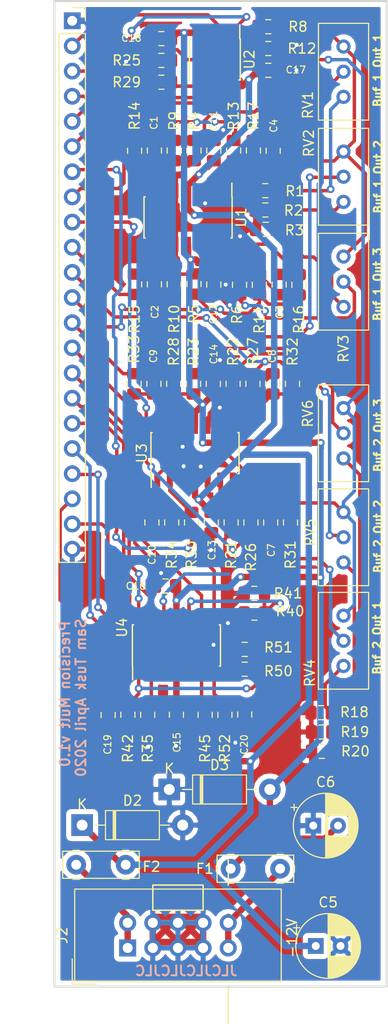
<source format=kicad_pcb>
(kicad_pcb (version 20171130) (host pcbnew "(5.0.1)-3")
  (layers (0 F.Cu signal) (31 B.Cu signal hide) (34 B.Paste user) (35 F.Paste user hide) (36 B.SilkS user) (37 F.SilkS user hide) (38 B.Mask user) (39 F.Mask user) (44 Edge.Cuts user))
  (net 0 "")
  (net 1 "Net-(C1-Pad1)")
  (net 2 "Net-(C1-Pad2)")
  (net 3 "Net-(C2-Pad2)")
  (net 4 "Net-(C2-Pad1)")
  (net 5 "Net-(C3-Pad1)")
  (net 6 "Net-(C3-Pad2)")
  (net 7 "Net-(C4-Pad2)")
  (net 8 B1S1)
  (net 9 +12V)
  (net 10 -12V)
  (net 11 "Net-(C7-Pad1)")
  (net 12 "Net-(C7-Pad2)")
  (net 13 "Net-(C8-Pad2)")
  (net 14 "Net-(C8-Pad1)")
  (net 15 "Net-(C9-Pad1)")
  (net 16 "Net-(C9-Pad2)")
  (net 17 "Net-(C10-Pad2)")
  (net 18 B2S1)
  (net 19 GND)
  (net 20 "Net-(C19-Pad2)")
  (net 21 B3out)
  (net 22 B4out)
  (net 23 "Net-(C20-Pad2)")
  (net 24 /-12Vin)
  (net 25 /+12Vin)
  (net 26 B4in)
  (net 27 B3in)
  (net 28 B4L2)
  (net 29 B4L1)
  (net 30 B3L2)
  (net 31 B3L1)
  (net 32 B2O3)
  (net 33 B1O3)
  (net 34 B2O2)
  (net 35 B1O2)
  (net 36 B2O1)
  (net 37 B1O1)
  (net 38 B2in)
  (net 39 B1in)
  (net 40 B2L1)
  (net 41 B2L2)
  (net 42 B1L1)
  (net 43 B1L2)
  (net 44 "Net-(R1-Pad2)")
  (net 45 "Net-(R2-Pad2)")
  (net 46 "Net-(R3-Pad2)")
  (net 47 "Net-(R4-Pad1)")
  (net 48 "Net-(R5-Pad1)")
  (net 49 "Net-(R6-Pad1)")
  (net 50 "Net-(R12-Pad2)")
  (net 51 "Net-(R18-Pad2)")
  (net 52 "Net-(R19-Pad2)")
  (net 53 "Net-(R20-Pad2)")
  (net 54 "Net-(R21-Pad1)")
  (net 55 "Net-(R22-Pad1)")
  (net 56 "Net-(R23-Pad1)")
  (net 57 "Net-(R25-Pad1)")
  (net 58 "Net-(R40-Pad1)")
  (net 59 "Net-(R50-Pad1)")
  (module Capacitor_SMD:C_0805_2012Metric_Pad1.15x1.40mm_HandSolder_smallText (layer F.Cu) (at 70.3 35.1 270)
    (fp_text reference C1 (at -2.794 0.05 270) (layer F.SilkS) (effects (font (size 0.7 0.7) (thickness 0.12))))
    (fp_text value 10pF)
    (pad 1 smd roundrect (at -1.025 0 270) (size 1.15 1.4) (layers F.Cu F.Paste F.Mask) (roundrect_rratio 0.217391) (net 1 "Net-(C1-Pad1)"))
    (pad 2 smd roundrect (at 1.025 0 270) (size 1.15 1.4) (layers F.Cu F.Paste F.Mask) (roundrect_rratio 0.217391) (net 2 "Net-(C1-Pad2)"))
  )
  (module Capacitor_SMD:C_0805_2012Metric_Pad1.15x1.40mm_HandSolder_smallText (layer F.Cu) (at 70.3 48.6 90)
    (fp_text reference C2 (at -2.794 0.05 90) (layer F.SilkS) (effects (font (size 0.7 0.7) (thickness 0.12))))
    (fp_text value 10pF)
    (pad 2 smd roundrect (at 1.025 0 90) (size 1.15 1.4) (layers F.Cu F.Paste F.Mask) (roundrect_rratio 0.217391) (net 3 "Net-(C2-Pad2)"))
    (pad 1 smd roundrect (at -1.025 0 90) (size 1.15 1.4) (layers F.Cu F.Paste F.Mask) (roundrect_rratio 0.217391) (net 4 "Net-(C2-Pad1)"))
  )
  (module Capacitor_SMD:C_0805_2012Metric_Pad1.15x1.40mm_HandSolder_smallText (layer F.Cu) (at 82.9 48.625 90)
    (fp_text reference C3 (at -2.794 0.05 90) (layer F.SilkS) (effects (font (size 0.7 0.7) (thickness 0.12))))
    (fp_text value 10pF)
    (pad 1 smd roundrect (at -1.025 0 90) (size 1.15 1.4) (layers F.Cu F.Paste F.Mask) (roundrect_rratio 0.217391) (net 5 "Net-(C3-Pad1)"))
    (pad 2 smd roundrect (at 1.025 0 90) (size 1.15 1.4) (layers F.Cu F.Paste F.Mask) (roundrect_rratio 0.217391) (net 6 "Net-(C3-Pad2)"))
  )
  (module Capacitor_SMD:C_0805_2012Metric_Pad1.15x1.40mm_HandSolder_smallText (layer F.Cu) (at 82.3 35.125 90)
    (fp_text reference C4 (at 2.525 0.05 90) (layer F.SilkS) (effects (font (size 0.7 0.7) (thickness 0.12))))
    (fp_text value 10pF)
    (pad 2 smd roundrect (at 1.025 0 90) (size 1.15 1.4) (layers F.Cu F.Paste F.Mask) (roundrect_rratio 0.217391) (net 7 "Net-(C4-Pad2)"))
    (pad 1 smd roundrect (at -1.025 0 90) (size 1.15 1.4) (layers F.Cu F.Paste F.Mask) (roundrect_rratio 0.217391) (net 8 B1S1))
  )
  (module Capacitor_THT:CP_Radial_D6.3mm_P2.50mm (layer F.Cu) (at 86.6 115.4)
    (fp_text reference C5 (at 1.25 -4.4) (layer F.SilkS))
    (fp_text value 100uF)
    (pad 1 thru_hole rect (at 0 0) (size 1.6 1.6) (drill 0.8) (layers *.Cu *.Mask) (net 9 +12V))
    (pad 2 thru_hole circle (at 2.5 0) (size 1.6 1.6) (drill 0.8) (layers *.Cu *.Mask) (net 19 GND))
  )
  (module Capacitor_THT:CP_Radial_D6.3mm_P2.50mm (layer F.Cu) (at 86.35 103.25)
    (fp_text reference C6 (at 1.25 -4.4) (layer F.SilkS))
    (fp_text value 100uF)
    (pad 2 thru_hole circle (at 2.5 0) (size 1.6 1.6) (drill 0.8) (layers *.Cu *.Mask) (net 10 -12V))
    (pad 1 thru_hole rect (at 0 0) (size 1.6 1.6) (drill 0.8) (layers *.Cu *.Mask) (net 19 GND))
  )
  (module Capacitor_SMD:C_0805_2012Metric_Pad1.15x1.40mm_HandSolder_smallText (layer F.Cu) (at 82.05 72.65 90)
    (fp_text reference C7 (at -2.794 0.05 90) (layer F.SilkS) (effects (font (size 0.7 0.7) (thickness 0.12))))
    (fp_text value 10pF)
    (pad 1 smd roundrect (at -1.025 0 90) (size 1.15 1.4) (layers F.Cu F.Paste F.Mask) (roundrect_rratio 0.217391) (net 11 "Net-(C7-Pad1)"))
    (pad 2 smd roundrect (at 1.025 0 90) (size 1.15 1.4) (layers F.Cu F.Paste F.Mask) (roundrect_rratio 0.217391) (net 12 "Net-(C7-Pad2)"))
  )
  (module Capacitor_SMD:C_0805_2012Metric_Pad1.15x1.40mm_HandSolder_smallText (layer F.Cu) (at 82.25 58.65 270)
    (fp_text reference C8 (at -2.794 0.05 270) (layer F.SilkS) (effects (font (size 0.7 0.7) (thickness 0.12))))
    (fp_text value 10pF)
    (pad 2 smd roundrect (at 1.025 0 270) (size 1.15 1.4) (layers F.Cu F.Paste F.Mask) (roundrect_rratio 0.217391) (net 13 "Net-(C8-Pad2)"))
    (pad 1 smd roundrect (at -1.025 0 270) (size 1.15 1.4) (layers F.Cu F.Paste F.Mask) (roundrect_rratio 0.217391) (net 14 "Net-(C8-Pad1)"))
  )
  (module Capacitor_SMD:C_0805_2012Metric_Pad1.15x1.40mm_HandSolder_smallText (layer F.Cu) (at 70.25 58.65 270)
    (fp_text reference C9 (at -2.794 0.05 270) (layer F.SilkS) (effects (font (size 0.7 0.7) (thickness 0.12))))
    (fp_text value 10pF)
    (pad 1 smd roundrect (at -1.025 0 270) (size 1.15 1.4) (layers F.Cu F.Paste F.Mask) (roundrect_rratio 0.217391) (net 15 "Net-(C9-Pad1)"))
    (pad 2 smd roundrect (at 1.025 0 270) (size 1.15 1.4) (layers F.Cu F.Paste F.Mask) (roundrect_rratio 0.217391) (net 16 "Net-(C9-Pad2)"))
  )
  (module Capacitor_SMD:C_0805_2012Metric_Pad1.15x1.40mm_HandSolder_smallText (layer F.Cu) (at 70.05 72.65 270)
    (fp_text reference C10 (at 3.25 0 270) (layer F.SilkS) (effects (font (size 0.7 0.7) (thickness 0.12))))
    (fp_text value 10pF)
    (pad 2 smd roundrect (at 1.025 0 270) (size 1.15 1.4) (layers F.Cu F.Paste F.Mask) (roundrect_rratio 0.217391) (net 17 "Net-(C10-Pad2)"))
    (pad 1 smd roundrect (at -1.025 0 270) (size 1.15 1.4) (layers F.Cu F.Paste F.Mask) (roundrect_rratio 0.217391) (net 18 B2S1))
  )
  (module Capacitor_SMD:C_0805_2012Metric_Pad1.15x1.40mm_HandSolder_smallText (layer F.Cu) (at 76.3 35.1 270)
    (fp_text reference C11 (at -3 0.05 270) (layer F.SilkS) (effects (font (size 0.7 0.7) (thickness 0.12))))
    (fp_text value 100nF)
    (pad 2 smd roundrect (at 1.025 0 270) (size 1.15 1.4) (layers F.Cu F.Paste F.Mask) (roundrect_rratio 0.217391) (net 9 +12V))
    (pad 1 smd roundrect (at -1.025 0 270) (size 1.15 1.4) (layers F.Cu F.Paste F.Mask) (roundrect_rratio 0.217391) (net 19 GND))
  )
  (module Capacitor_SMD:C_0805_2012Metric_Pad1.15x1.40mm_HandSolder_smallText (layer F.Cu) (at 76.3 48.625 270)
    (fp_text reference C12 (at 2.975 0.05 270) (layer F.SilkS) (effects (font (size 0.7 0.7) (thickness 0.12))))
    (fp_text value 100nF)
    (pad 1 smd roundrect (at -1.025 0 270) (size 1.15 1.4) (layers F.Cu F.Paste F.Mask) (roundrect_rratio 0.217391) (net 10 -12V))
    (pad 2 smd roundrect (at 1.025 0 270) (size 1.15 1.4) (layers F.Cu F.Paste F.Mask) (roundrect_rratio 0.217391) (net 19 GND))
  )
  (module Capacitor_SMD:C_0805_2012Metric_Pad1.15x1.40mm_HandSolder_smallText (layer F.Cu) (at 76.05 72.65 90)
    (fp_text reference C13 (at -2.794 0.05 90) (layer F.SilkS) (effects (font (size 0.7 0.7) (thickness 0.12))))
    (fp_text value 100nF)
    (pad 2 smd roundrect (at 1.025 0 90) (size 1.15 1.4) (layers F.Cu F.Paste F.Mask) (roundrect_rratio 0.217391) (net 9 +12V))
    (pad 1 smd roundrect (at -1.025 0 90) (size 1.15 1.4) (layers F.Cu F.Paste F.Mask) (roundrect_rratio 0.217391) (net 19 GND))
  )
  (module Capacitor_SMD:C_0805_2012Metric_Pad1.15x1.40mm_HandSolder_smallText (layer F.Cu) (at 76.25 58.65 90)
    (fp_text reference C14 (at 3 0.05 90) (layer F.SilkS) (effects (font (size 0.7 0.7) (thickness 0.12))))
    (fp_text value 100nF)
    (pad 1 smd roundrect (at -1.025 0 90) (size 1.15 1.4) (layers F.Cu F.Paste F.Mask) (roundrect_rratio 0.217391) (net 10 -12V))
    (pad 2 smd roundrect (at 1.025 0 90) (size 1.15 1.4) (layers F.Cu F.Paste F.Mask) (roundrect_rratio 0.217391) (net 19 GND))
  )
  (module Capacitor_SMD:C_0805_2012Metric_Pad1.15x1.40mm_HandSolder_smallText (layer F.Cu) (at 72.524179 92.058124 90)
    (fp_text reference C15 (at -2.794 0.05 90) (layer F.SilkS) (effects (font (size 0.7 0.7) (thickness 0.12))))
    (fp_text value 100nF)
    (pad 2 smd roundrect (at 1.025 0 90) (size 1.15 1.4) (layers F.Cu F.Paste F.Mask) (roundrect_rratio 0.217391) (net 9 +12V))
    (pad 1 smd roundrect (at -1.025 0 90) (size 1.15 1.4) (layers F.Cu F.Paste F.Mask) (roundrect_rratio 0.217391) (net 19 GND))
  )
  (module Capacitor_SMD:C_0805_2012Metric_Pad1.15x1.40mm_HandSolder_smallText (layer F.Cu) (at 71.424179 79.058124 180)
    (fp_text reference C16 (at 3 0 180) (layer F.SilkS) (effects (font (size 0.7 0.7) (thickness 0.12))))
    (fp_text value 100nF)
    (pad 1 smd roundrect (at -1.025 0 180) (size 1.15 1.4) (layers F.Cu F.Paste F.Mask) (roundrect_rratio 0.217391) (net 10 -12V))
    (pad 2 smd roundrect (at 1.025 0 180) (size 1.15 1.4) (layers F.Cu F.Paste F.Mask) (roundrect_rratio 0.217391) (net 19 GND))
  )
  (module Capacitor_SMD:C_0805_2012Metric_Pad1.15x1.40mm_HandSolder_smallText (layer F.Cu) (at 81.8 27 180)
    (fp_text reference C17 (at -2.794 0.05 180) (layer F.SilkS) (effects (font (size 0.7 0.7) (thickness 0.12))))
    (fp_text value 100nF)
    (pad 1 smd roundrect (at -1.025 0 180) (size 1.15 1.4) (layers F.Cu F.Paste F.Mask) (roundrect_rratio 0.217391) (net 19 GND))
    (pad 2 smd roundrect (at 1.025 0 180) (size 1.15 1.4) (layers F.Cu F.Paste F.Mask) (roundrect_rratio 0.217391) (net 9 +12V))
  )
  (module Capacitor_SMD:C_0805_2012Metric_Pad1.15x1.40mm_HandSolder_smallText (layer F.Cu) (at 71 23.8 180)
    (fp_text reference C18 (at 3.025 0.05 180) (layer F.SilkS) (effects (font (size 0.7 0.7) (thickness 0.12))))
    (fp_text value 100nF)
    (pad 2 smd roundrect (at 1.025 0 180) (size 1.15 1.4) (layers F.Cu F.Paste F.Mask) (roundrect_rratio 0.217391) (net 19 GND))
    (pad 1 smd roundrect (at -1.025 0 180) (size 1.15 1.4) (layers F.Cu F.Paste F.Mask) (roundrect_rratio 0.217391) (net 10 -12V))
  )
  (module Capacitor_SMD:C_0805_2012Metric_Pad1.15x1.40mm_HandSolder_smallText (layer F.Cu) (at 65.624179 92.083124 270)
    (fp_text reference C19 (at 2.975 0.05 270) (layer F.SilkS) (effects (font (size 0.7 0.7) (thickness 0.12))))
    (fp_text value 10pF)
    (pad 2 smd roundrect (at 1.025 0 270) (size 1.15 1.4) (layers F.Cu F.Paste F.Mask) (roundrect_rratio 0.217391) (net 20 "Net-(C19-Pad2)"))
    (pad 1 smd roundrect (at -1.025 0 270) (size 1.15 1.4) (layers F.Cu F.Paste F.Mask) (roundrect_rratio 0.217391) (net 21 B3out))
  )
  (module Capacitor_SMD:C_0805_2012Metric_Pad1.15x1.40mm_HandSolder_smallText (layer F.Cu) (at 79.424179 92.033124 270)
    (fp_text reference C20 (at 3.025 0.05 270) (layer F.SilkS) (effects (font (size 0.7 0.7) (thickness 0.12))))
    (fp_text value 10pF)
    (pad 1 smd roundrect (at -1.025 0 270) (size 1.15 1.4) (layers F.Cu F.Paste F.Mask) (roundrect_rratio 0.217391) (net 22 B4out))
    (pad 2 smd roundrect (at 1.025 0 270) (size 1.15 1.4) (layers F.Cu F.Paste F.Mask) (roundrect_rratio 0.217391) (net 23 "Net-(C20-Pad2)"))
  )
  (module Diode_THT:D_DO-41_SOD81_P10.16mm_Horizontal (layer F.Cu) (at 63 103.2)
    (fp_text reference D2 (at 5.08 -2.47) (layer F.SilkS))
    (fp_text value 1N4001)
    (fp_text user K (at 0 -2.1) (layer F.SilkS))
    (pad 2 thru_hole oval (at 10.16 0) (size 2.2 2.2) (drill 1.1) (layers *.Cu *.Mask) (net 19 GND))
    (pad 1 thru_hole rect (at 0 0) (size 2.2 2.2) (drill 1.1) (layers *.Cu *.Mask) (net 9 +12V))
  )
  (module Diode_THT:D_DO-41_SOD81_P10.16mm_Horizontal (layer F.Cu) (at 71.8 99.6)
    (fp_text reference D3 (at 5.08 -2.47) (layer F.SilkS))
    (fp_text value 1N4001)
    (fp_text user K (at 0 -2.1) (layer F.SilkS))
    (pad 1 thru_hole rect (at 0 0) (size 2.2 2.2) (drill 1.1) (layers *.Cu *.Mask) (net 19 GND))
    (pad 2 thru_hole oval (at 10.16 0) (size 2.2 2.2) (drill 1.1) (layers *.Cu *.Mask) (net 10 -12V))
  )
  (module Capacitor_THT:C_Disc_D7.5mm_W2.5mm_P5.00mm (layer F.Cu) (at 83 107.6 180)
    (fp_text reference F1 (at 7.6 0 180) (layer F.SilkS))
    (fp_text value "Polyfuse 250mA (A-1391)")
    (pad 2 thru_hole circle (at 5 0 180) (size 2 2) (drill 1) (layers *.Cu *.Mask) (net 10 -12V))
    (pad 1 thru_hole circle (at 0 0 180) (size 2 2) (drill 1) (layers *.Cu *.Mask) (net 24 /-12Vin))
  )
  (module Capacitor_THT:C_Disc_D7.5mm_W2.5mm_P5.00mm (layer F.Cu) (at 67.4 107.2 180)
    (fp_text reference F2 (at -2.6 -0.2 180) (layer F.SilkS))
    (fp_text value "Polyfuse 250mA (A-1391)")
    (pad 1 thru_hole circle (at 0 0 180) (size 2 2) (drill 1) (layers *.Cu *.Mask) (net 9 +12V))
    (pad 2 thru_hole circle (at 5 0 180) (size 2 2) (drill 1) (layers *.Cu *.Mask) (net 25 /+12Vin))
  )
  (module Eurocad:Eurorack_power_header (layer F.Cu) (at 67.6 115.6 90)
    (fp_text reference J2 (at 1.27 -6.604 90) (layer F.SilkS))
    (fp_text value EURO_PWR_2x5)
    (fp_text user -12V (at 1 16.6 90) (layer F.SilkS))
    (pad 1 thru_hole rect (at 0 0 90) (size 1.7272 1.7272) (drill 1.016) (layers *.Cu *.Mask) (net 25 /+12Vin))
    (pad 2 thru_hole oval (at 2.54 0 90) (size 1.7272 1.7272) (drill 1.016) (layers *.Cu *.Mask) (net 25 /+12Vin))
    (pad 3 thru_hole oval (at 0 2.54 90) (size 1.7272 1.7272) (drill 1.016) (layers *.Cu *.Mask) (net 19 GND))
    (pad 4 thru_hole oval (at 2.54 2.54 90) (size 1.7272 1.7272) (drill 1.016) (layers *.Cu *.Mask) (net 19 GND))
    (pad 5 thru_hole oval (at 0 5.08 90) (size 1.7272 1.7272) (drill 1.016) (layers *.Cu *.Mask) (net 19 GND))
    (pad 6 thru_hole oval (at 2.54 5.08 90) (size 1.7272 1.7272) (drill 1.016) (layers *.Cu *.Mask) (net 19 GND))
    (pad 7 thru_hole oval (at 0 7.62 90) (size 1.7272 1.7272) (drill 1.016) (layers *.Cu *.Mask) (net 19 GND))
    (pad 8 thru_hole oval (at 2.54 7.62 90) (size 1.7272 1.7272) (drill 1.016) (layers *.Cu *.Mask) (net 19 GND))
    (pad 9 thru_hole oval (at 0 10.16 90) (size 1.7272 1.7272) (drill 1.016) (layers *.Cu *.Mask) (net 24 /-12Vin))
    (pad 10 thru_hole oval (at 2.54 10.16 90) (size 1.7272 1.7272) (drill 1.016) (layers *.Cu *.Mask) (net 24 /-12Vin))
  )
  (module Connector_PinSocket_2.54mm:PinSocket_1x22_P2.54mm_Vertical (layer F.Cu) (at 62 22)
    (fp_text reference J19 (at 0 -2.77) (layer F.SilkS))
    (fp_text value Conn_01x22_Male)
    (pad 22 thru_hole oval (at 0 53.34) (size 1.7 1.7) (drill 1) (layers *.Cu *.Mask) (net 19 GND))
    (pad 21 thru_hole oval (at 0 50.8) (size 1.7 1.7) (drill 1) (layers *.Cu *.Mask) (net 22 B4out))
    (pad 20 thru_hole oval (at 0 48.26) (size 1.7 1.7) (drill 1) (layers *.Cu *.Mask) (net 21 B3out))
    (pad 19 thru_hole oval (at 0 45.72) (size 1.7 1.7) (drill 1) (layers *.Cu *.Mask) (net 26 B4in))
    (pad 18 thru_hole oval (at 0 43.18) (size 1.7 1.7) (drill 1) (layers *.Cu *.Mask) (net 27 B3in))
    (pad 17 thru_hole oval (at 0 40.64) (size 1.7 1.7) (drill 1) (layers *.Cu *.Mask) (net 28 B4L2))
    (pad 16 thru_hole oval (at 0 38.1) (size 1.7 1.7) (drill 1) (layers *.Cu *.Mask) (net 29 B4L1))
    (pad 15 thru_hole oval (at 0 35.56) (size 1.7 1.7) (drill 1) (layers *.Cu *.Mask) (net 30 B3L2))
    (pad 14 thru_hole oval (at 0 33.02) (size 1.7 1.7) (drill 1) (layers *.Cu *.Mask) (net 31 B3L1))
    (pad 13 thru_hole oval (at 0 30.48) (size 1.7 1.7) (drill 1) (layers *.Cu *.Mask) (net 32 B2O3))
    (pad 12 thru_hole oval (at 0 27.94) (size 1.7 1.7) (drill 1) (layers *.Cu *.Mask) (net 33 B1O3))
    (pad 11 thru_hole oval (at 0 25.4) (size 1.7 1.7) (drill 1) (layers *.Cu *.Mask) (net 34 B2O2))
    (pad 10 thru_hole oval (at 0 22.86) (size 1.7 1.7) (drill 1) (layers *.Cu *.Mask) (net 35 B1O2))
    (pad 9 thru_hole oval (at 0 20.32) (size 1.7 1.7) (drill 1) (layers *.Cu *.Mask) (net 36 B2O1))
    (pad 8 thru_hole oval (at 0 17.78) (size 1.7 1.7) (drill 1) (layers *.Cu *.Mask) (net 37 B1O1))
    (pad 7 thru_hole oval (at 0 15.24) (size 1.7 1.7) (drill 1) (layers *.Cu *.Mask) (net 38 B2in))
    (pad 6 thru_hole oval (at 0 12.7) (size 1.7 1.7) (drill 1) (layers *.Cu *.Mask) (net 39 B1in))
    (pad 5 thru_hole oval (at 0 10.16) (size 1.7 1.7) (drill 1) (layers *.Cu *.Mask) (net 40 B2L1))
    (pad 4 thru_hole oval (at 0 7.62) (size 1.7 1.7) (drill 1) (layers *.Cu *.Mask) (net 41 B2L2))
    (pad 3 thru_hole oval (at 0 5.08) (size 1.7 1.7) (drill 1) (layers *.Cu *.Mask) (net 42 B1L1))
    (pad 2 thru_hole oval (at 0 2.54) (size 1.7 1.7) (drill 1) (layers *.Cu *.Mask) (net 43 B1L2))
    (pad 1 thru_hole rect (at 0 0) (size 1.7 1.7) (drill 1) (layers *.Cu *.Mask) (net 19 GND))
  )
  (module Resistor_SMD:R_0805_2012Metric_Pad1.15x1.40mm_HandSolder (layer F.Cu) (at 81.5 39.15)
    (fp_text reference R1 (at 3 0.05) (layer F.SilkS))
    (fp_text value 10k)
    (pad 2 smd roundrect (at 1.025 0) (size 1.15 1.4) (layers F.Cu F.Paste F.Mask) (roundrect_rratio 0.217391) (net 44 "Net-(R1-Pad2)"))
    (pad 1 smd roundrect (at -1.025 0) (size 1.15 1.4) (layers F.Cu F.Paste F.Mask) (roundrect_rratio 0.217391) (net 19 GND))
  )
  (module Resistor_SMD:R_0805_2012Metric_Pad1.15x1.40mm_HandSolder (layer F.Cu) (at 81.5 41.1)
    (fp_text reference R2 (at 2.85 0.05) (layer F.SilkS))
    (fp_text value 10k)
    (pad 1 smd roundrect (at -1.025 0) (size 1.15 1.4) (layers F.Cu F.Paste F.Mask) (roundrect_rratio 0.217391) (net 19 GND))
    (pad 2 smd roundrect (at 1.025 0) (size 1.15 1.4) (layers F.Cu F.Paste F.Mask) (roundrect_rratio 0.217391) (net 45 "Net-(R2-Pad2)"))
  )
  (module Resistor_SMD:R_0805_2012Metric_Pad1.15x1.40mm_HandSolder (layer F.Cu) (at 81.55 43.05)
    (fp_text reference R3 (at 2.9 0.1) (layer F.SilkS))
    (fp_text value 10k)
    (pad 1 smd roundrect (at -1.025 0) (size 1.15 1.4) (layers F.Cu F.Paste F.Mask) (roundrect_rratio 0.217391) (net 19 GND))
    (pad 2 smd roundrect (at 1.025 0) (size 1.15 1.4) (layers F.Cu F.Paste F.Mask) (roundrect_rratio 0.217391) (net 46 "Net-(R3-Pad2)"))
  )
  (module Resistor_SMD:R_0805_2012Metric_Pad1.15x1.40mm_HandSolder (layer F.Cu) (at 74.3 35.1 270)
    (fp_text reference R4 (at -3 0 270) (layer F.SilkS))
    (fp_text value 47k)
    (pad 1 smd roundrect (at -1.025 0 270) (size 1.15 1.4) (layers F.Cu F.Paste F.Mask) (roundrect_rratio 0.217391) (net 47 "Net-(R4-Pad1)"))
    (pad 2 smd roundrect (at 1.025 0 270) (size 1.15 1.4) (layers F.Cu F.Paste F.Mask) (roundrect_rratio 0.217391) (net 1 "Net-(C1-Pad1)"))
  )
  (module Resistor_SMD:R_0805_2012Metric_Pad1.15x1.40mm_HandSolder (layer F.Cu) (at 74.3 48.575 90)
    (fp_text reference R5 (at -3.025 0 90) (layer F.SilkS))
    (fp_text value 47k)
    (pad 2 smd roundrect (at 1.025 0 90) (size 1.15 1.4) (layers F.Cu F.Paste F.Mask) (roundrect_rratio 0.217391) (net 4 "Net-(C2-Pad1)"))
    (pad 1 smd roundrect (at -1.025 0 90) (size 1.15 1.4) (layers F.Cu F.Paste F.Mask) (roundrect_rratio 0.217391) (net 48 "Net-(R5-Pad1)"))
  )
  (module Resistor_SMD:R_0805_2012Metric_Pad1.15x1.40mm_HandSolder (layer F.Cu) (at 78.9 48.65 90)
    (fp_text reference R6 (at -3 -0.25 90) (layer F.SilkS))
    (fp_text value 47k)
    (pad 2 smd roundrect (at 1.025 0 90) (size 1.15 1.4) (layers F.Cu F.Paste F.Mask) (roundrect_rratio 0.217391) (net 5 "Net-(C3-Pad1)"))
    (pad 1 smd roundrect (at -1.025 0 90) (size 1.15 1.4) (layers F.Cu F.Paste F.Mask) (roundrect_rratio 0.217391) (net 49 "Net-(R6-Pad1)"))
  )
  (module Resistor_SMD:R_0805_2012Metric_Pad1.15x1.40mm_HandSolder (layer F.Cu) (at 81.8 22.6)
    (fp_text reference R8 (at 3 0) (layer F.SilkS))
    (fp_text value 1M)
    (pad 1 smd roundrect (at -1.025 0) (size 1.15 1.4) (layers F.Cu F.Paste F.Mask) (roundrect_rratio 0.217391) (net 50 "Net-(R12-Pad2)"))
    (pad 2 smd roundrect (at 1.025 0) (size 1.15 1.4) (layers F.Cu F.Paste F.Mask) (roundrect_rratio 0.217391) (net 8 B1S1))
  )
  (module Resistor_SMD:R_0805_2012Metric_Pad1.15x1.40mm_HandSolder (layer F.Cu) (at 72.3 35.1 90)
    (fp_text reference R9 (at 3 0 90) (layer F.SilkS))
    (fp_text value 51k)
    (pad 2 smd roundrect (at 1.025 0 90) (size 1.15 1.4) (layers F.Cu F.Paste F.Mask) (roundrect_rratio 0.217391) (net 37 B1O1))
    (pad 1 smd roundrect (at -1.025 0 90) (size 1.15 1.4) (layers F.Cu F.Paste F.Mask) (roundrect_rratio 0.217391) (net 1 "Net-(C1-Pad1)"))
  )
  (module Resistor_SMD:R_0805_2012Metric_Pad1.15x1.40mm_HandSolder (layer F.Cu) (at 72.3 48.6 270)
    (fp_text reference R10 (at 3.5 0 270) (layer F.SilkS))
    (fp_text value 51k)
    (pad 2 smd roundrect (at 1.025 0 270) (size 1.15 1.4) (layers F.Cu F.Paste F.Mask) (roundrect_rratio 0.217391) (net 35 B1O2))
    (pad 1 smd roundrect (at -1.025 0 270) (size 1.15 1.4) (layers F.Cu F.Paste F.Mask) (roundrect_rratio 0.217391) (net 4 "Net-(C2-Pad1)"))
  )
  (module Resistor_SMD:R_0805_2012Metric_Pad1.15x1.40mm_HandSolder (layer F.Cu) (at 80.9 48.65 270)
    (fp_text reference R11 (at 3.5 0 270) (layer F.SilkS))
    (fp_text value 51k)
    (pad 1 smd roundrect (at -1.025 0 270) (size 1.15 1.4) (layers F.Cu F.Paste F.Mask) (roundrect_rratio 0.217391) (net 5 "Net-(C3-Pad1)"))
    (pad 2 smd roundrect (at 1.025 0 270) (size 1.15 1.4) (layers F.Cu F.Paste F.Mask) (roundrect_rratio 0.217391) (net 33 B1O3))
  )
  (module Resistor_SMD:R_0805_2012Metric_Pad1.15x1.40mm_HandSolder (layer F.Cu) (at 81.8 24.8 180)
    (fp_text reference R12 (at -3.4 0 180) (layer F.SilkS))
    (fp_text value 1M)
    (pad 2 smd roundrect (at 1.025 0 180) (size 1.15 1.4) (layers F.Cu F.Paste F.Mask) (roundrect_rratio 0.217391) (net 50 "Net-(R12-Pad2)"))
    (pad 1 smd roundrect (at -1.025 0 180) (size 1.15 1.4) (layers F.Cu F.Paste F.Mask) (roundrect_rratio 0.217391) (net 19 GND))
  )
  (module Resistor_SMD:R_0805_2012Metric_Pad1.15x1.40mm_HandSolder (layer F.Cu) (at 78.3 35.1 90)
    (fp_text reference R13 (at 3.5 0 90) (layer F.SilkS))
    (fp_text value 100K)
    (pad 1 smd roundrect (at -1.025 0 90) (size 1.15 1.4) (layers F.Cu F.Paste F.Mask) (roundrect_rratio 0.217391) (net 7 "Net-(C4-Pad2)"))
    (pad 2 smd roundrect (at 1.025 0 90) (size 1.15 1.4) (layers F.Cu F.Paste F.Mask) (roundrect_rratio 0.217391) (net 39 B1in))
  )
  (module Resistor_SMD:R_0805_2012Metric_Pad1.15x1.40mm_HandSolder (layer F.Cu) (at 68.3 35.125 270)
    (fp_text reference R14 (at -3.525 0 270) (layer F.SilkS))
    (fp_text value 220R)
    (pad 1 smd roundrect (at -1.025 0 270) (size 1.15 1.4) (layers F.Cu F.Paste F.Mask) (roundrect_rratio 0.217391) (net 37 B1O1))
    (pad 2 smd roundrect (at 1.025 0 270) (size 1.15 1.4) (layers F.Cu F.Paste F.Mask) (roundrect_rratio 0.217391) (net 2 "Net-(C1-Pad2)"))
  )
  (module Resistor_SMD:R_0805_2012Metric_Pad1.15x1.40mm_HandSolder (layer F.Cu) (at 68.3 48.6 90)
    (fp_text reference R15 (at -3.525 0 90) (layer F.SilkS))
    (fp_text value 220R)
    (pad 1 smd roundrect (at -1.025 0 90) (size 1.15 1.4) (layers F.Cu F.Paste F.Mask) (roundrect_rratio 0.217391) (net 35 B1O2))
    (pad 2 smd roundrect (at 1.025 0 90) (size 1.15 1.4) (layers F.Cu F.Paste F.Mask) (roundrect_rratio 0.217391) (net 3 "Net-(C2-Pad2)"))
  )
  (module Resistor_SMD:R_0805_2012Metric_Pad1.15x1.40mm_HandSolder (layer F.Cu) (at 84.9 48.65 90)
    (fp_text reference R16 (at -3.5 0 90) (layer F.SilkS))
    (fp_text value 220R)
    (pad 2 smd roundrect (at 1.025 0 90) (size 1.15 1.4) (layers F.Cu F.Paste F.Mask) (roundrect_rratio 0.217391) (net 6 "Net-(C3-Pad2)"))
    (pad 1 smd roundrect (at -1.025 0 90) (size 1.15 1.4) (layers F.Cu F.Paste F.Mask) (roundrect_rratio 0.217391) (net 33 B1O3))
  )
  (module Resistor_SMD:R_0805_2012Metric_Pad1.15x1.40mm_HandSolder (layer F.Cu) (at 80.3 35.1 90)
    (fp_text reference R17 (at 3.5 0 90) (layer F.SilkS))
    (fp_text value 100K)
    (pad 2 smd roundrect (at 1.025 0 90) (size 1.15 1.4) (layers F.Cu F.Paste F.Mask) (roundrect_rratio 0.217391) (net 7 "Net-(C4-Pad2)"))
    (pad 1 smd roundrect (at -1.025 0 90) (size 1.15 1.4) (layers F.Cu F.Paste F.Mask) (roundrect_rratio 0.217391) (net 8 B1S1))
  )
  (module Resistor_SMD:R_0805_2012Metric_Pad1.15x1.40mm_HandSolder (layer F.Cu) (at 87.15 91.85)
    (fp_text reference R18 (at 3.35 -0.05) (layer F.SilkS))
    (fp_text value 10k)
    (pad 1 smd roundrect (at -1.025 0) (size 1.15 1.4) (layers F.Cu F.Paste F.Mask) (roundrect_rratio 0.217391) (net 19 GND))
    (pad 2 smd roundrect (at 1.025 0) (size 1.15 1.4) (layers F.Cu F.Paste F.Mask) (roundrect_rratio 0.217391) (net 51 "Net-(R18-Pad2)"))
  )
  (module Resistor_SMD:R_0805_2012Metric_Pad1.15x1.40mm_HandSolder (layer F.Cu) (at 87.2 93.8)
    (fp_text reference R19 (at 3.35 0) (layer F.SilkS))
    (fp_text value 10k)
    (pad 2 smd roundrect (at 1.025 0) (size 1.15 1.4) (layers F.Cu F.Paste F.Mask) (roundrect_rratio 0.217391) (net 52 "Net-(R19-Pad2)"))
    (pad 1 smd roundrect (at -1.025 0) (size 1.15 1.4) (layers F.Cu F.Paste F.Mask) (roundrect_rratio 0.217391) (net 19 GND))
  )
  (module Resistor_SMD:R_0805_2012Metric_Pad1.15x1.40mm_HandSolder (layer F.Cu) (at 87.2 95.75)
    (fp_text reference R20 (at 3.399999 -0.000001) (layer F.SilkS))
    (fp_text value 10k)
    (pad 2 smd roundrect (at 1.025 0) (size 1.15 1.4) (layers F.Cu F.Paste F.Mask) (roundrect_rratio 0.217391) (net 53 "Net-(R20-Pad2)"))
    (pad 1 smd roundrect (at -1.025 0) (size 1.15 1.4) (layers F.Cu F.Paste F.Mask) (roundrect_rratio 0.217391) (net 19 GND))
  )
  (module Resistor_SMD:R_0805_2012Metric_Pad1.15x1.40mm_HandSolder (layer F.Cu) (at 78.05 72.65 90)
    (fp_text reference R21 (at -3.25 0 90) (layer F.SilkS))
    (fp_text value 47k)
    (pad 2 smd roundrect (at 1.025 0 90) (size 1.15 1.4) (layers F.Cu F.Paste F.Mask) (roundrect_rratio 0.217391) (net 11 "Net-(C7-Pad1)"))
    (pad 1 smd roundrect (at -1.025 0 90) (size 1.15 1.4) (layers F.Cu F.Paste F.Mask) (roundrect_rratio 0.217391) (net 54 "Net-(R21-Pad1)"))
  )
  (module Resistor_SMD:R_0805_2012Metric_Pad1.15x1.40mm_HandSolder (layer F.Cu) (at 78.25 58.65 270)
    (fp_text reference R22 (at -3.25 0 270) (layer F.SilkS))
    (fp_text value 47k)
    (pad 1 smd roundrect (at -1.025 0 270) (size 1.15 1.4) (layers F.Cu F.Paste F.Mask) (roundrect_rratio 0.217391) (net 55 "Net-(R22-Pad1)"))
    (pad 2 smd roundrect (at 1.025 0 270) (size 1.15 1.4) (layers F.Cu F.Paste F.Mask) (roundrect_rratio 0.217391) (net 14 "Net-(C8-Pad1)"))
  )
  (module Resistor_SMD:R_0805_2012Metric_Pad1.15x1.40mm_HandSolder (layer F.Cu) (at 74.25 58.65 270)
    (fp_text reference R23 (at -3.25 0 270) (layer F.SilkS))
    (fp_text value 47k)
    (pad 2 smd roundrect (at 1.025 0 270) (size 1.15 1.4) (layers F.Cu F.Paste F.Mask) (roundrect_rratio 0.217391) (net 15 "Net-(C9-Pad1)"))
    (pad 1 smd roundrect (at -1.025 0 270) (size 1.15 1.4) (layers F.Cu F.Paste F.Mask) (roundrect_rratio 0.217391) (net 56 "Net-(R23-Pad1)"))
  )
  (module Resistor_SMD:R_0805_2012Metric_Pad1.15x1.40mm_HandSolder (layer F.Cu) (at 71 26 180)
    (fp_text reference R25 (at 3.5 0 180) (layer F.SilkS))
    (fp_text value 1M)
    (pad 2 smd roundrect (at 1.025 0 180) (size 1.15 1.4) (layers F.Cu F.Paste F.Mask) (roundrect_rratio 0.217391) (net 18 B2S1))
    (pad 1 smd roundrect (at -1.025 0 180) (size 1.15 1.4) (layers F.Cu F.Paste F.Mask) (roundrect_rratio 0.217391) (net 57 "Net-(R25-Pad1)"))
  )
  (module Resistor_SMD:R_0805_2012Metric_Pad1.15x1.40mm_HandSolder (layer F.Cu) (at 80.05 72.65 270)
    (fp_text reference R26 (at 3.5 0 270) (layer F.SilkS))
    (fp_text value 51k)
    (pad 1 smd roundrect (at -1.025 0 270) (size 1.15 1.4) (layers F.Cu F.Paste F.Mask) (roundrect_rratio 0.217391) (net 11 "Net-(C7-Pad1)"))
    (pad 2 smd roundrect (at 1.025 0 270) (size 1.15 1.4) (layers F.Cu F.Paste F.Mask) (roundrect_rratio 0.217391) (net 36 B2O1))
  )
  (module Resistor_SMD:R_0805_2012Metric_Pad1.15x1.40mm_HandSolder (layer F.Cu) (at 80.25 58.65 90)
    (fp_text reference R27 (at 3.25 0 90) (layer F.SilkS))
    (fp_text value 51k)
    (pad 2 smd roundrect (at 1.025 0 90) (size 1.15 1.4) (layers F.Cu F.Paste F.Mask) (roundrect_rratio 0.217391) (net 34 B2O2))
    (pad 1 smd roundrect (at -1.025 0 90) (size 1.15 1.4) (layers F.Cu F.Paste F.Mask) (roundrect_rratio 0.217391) (net 14 "Net-(C8-Pad1)"))
  )
  (module Resistor_SMD:R_0805_2012Metric_Pad1.15x1.40mm_HandSolder (layer F.Cu) (at 72.25 58.65 90)
    (fp_text reference R28 (at 3.25 0 90) (layer F.SilkS))
    (fp_text value 51k)
    (pad 1 smd roundrect (at -1.025 0 90) (size 1.15 1.4) (layers F.Cu F.Paste F.Mask) (roundrect_rratio 0.217391) (net 15 "Net-(C9-Pad1)"))
    (pad 2 smd roundrect (at 1.025 0 90) (size 1.15 1.4) (layers F.Cu F.Paste F.Mask) (roundrect_rratio 0.217391) (net 32 B2O3))
  )
  (module Resistor_SMD:R_0805_2012Metric_Pad1.15x1.40mm_HandSolder (layer F.Cu) (at 71 28.2)
    (fp_text reference R29 (at -3.5 0) (layer F.SilkS))
    (fp_text value 1M)
    (pad 1 smd roundrect (at -1.025 0) (size 1.15 1.4) (layers F.Cu F.Paste F.Mask) (roundrect_rratio 0.217391) (net 19 GND))
    (pad 2 smd roundrect (at 1.025 0) (size 1.15 1.4) (layers F.Cu F.Paste F.Mask) (roundrect_rratio 0.217391) (net 57 "Net-(R25-Pad1)"))
  )
  (module Resistor_SMD:R_0805_2012Metric_Pad1.15x1.40mm_HandSolder (layer F.Cu) (at 74.05 72.65 270)
    (fp_text reference R30 (at 3.25 0 270) (layer F.SilkS))
    (fp_text value 100K)
    (pad 2 smd roundrect (at 1.025 0 270) (size 1.15 1.4) (layers F.Cu F.Paste F.Mask) (roundrect_rratio 0.217391) (net 38 B2in))
    (pad 1 smd roundrect (at -1.025 0 270) (size 1.15 1.4) (layers F.Cu F.Paste F.Mask) (roundrect_rratio 0.217391) (net 17 "Net-(C10-Pad2)"))
  )
  (module Resistor_SMD:R_0805_2012Metric_Pad1.15x1.40mm_HandSolder (layer F.Cu) (at 84.05 72.65 90)
    (fp_text reference R31 (at -3.25 0 90) (layer F.SilkS))
    (fp_text value 220R)
    (pad 1 smd roundrect (at -1.025 0 90) (size 1.15 1.4) (layers F.Cu F.Paste F.Mask) (roundrect_rratio 0.217391) (net 36 B2O1))
    (pad 2 smd roundrect (at 1.025 0 90) (size 1.15 1.4) (layers F.Cu F.Paste F.Mask) (roundrect_rratio 0.217391) (net 12 "Net-(C7-Pad2)"))
  )
  (module Resistor_SMD:R_0805_2012Metric_Pad1.15x1.40mm_HandSolder (layer F.Cu) (at 84.25 58.65 270)
    (fp_text reference R32 (at -3.25 0 270) (layer F.SilkS))
    (fp_text value 220R)
    (pad 1 smd roundrect (at -1.025 0 270) (size 1.15 1.4) (layers F.Cu F.Paste F.Mask) (roundrect_rratio 0.217391) (net 34 B2O2))
    (pad 2 smd roundrect (at 1.025 0 270) (size 1.15 1.4) (layers F.Cu F.Paste F.Mask) (roundrect_rratio 0.217391) (net 13 "Net-(C8-Pad2)"))
  )
  (module Resistor_SMD:R_0805_2012Metric_Pad1.15x1.40mm_HandSolder (layer F.Cu) (at 68.25 58.65 270)
    (fp_text reference R33 (at -3.5 0 270) (layer F.SilkS))
    (fp_text value 220R)
    (pad 1 smd roundrect (at -1.025 0 270) (size 1.15 1.4) (layers F.Cu F.Paste F.Mask) (roundrect_rratio 0.217391) (net 32 B2O3))
    (pad 2 smd roundrect (at 1.025 0 270) (size 1.15 1.4) (layers F.Cu F.Paste F.Mask) (roundrect_rratio 0.217391) (net 16 "Net-(C9-Pad2)"))
  )
  (module Resistor_SMD:R_0805_2012Metric_Pad1.15x1.40mm_HandSolder (layer F.Cu) (at 72.05 72.65 270)
    (fp_text reference R34 (at 3.25 0 270) (layer F.SilkS))
    (fp_text value 100K)
    (pad 2 smd roundrect (at 1.025 0 270) (size 1.15 1.4) (layers F.Cu F.Paste F.Mask) (roundrect_rratio 0.217391) (net 17 "Net-(C10-Pad2)"))
    (pad 1 smd roundrect (at -1.025 0 270) (size 1.15 1.4) (layers F.Cu F.Paste F.Mask) (roundrect_rratio 0.217391) (net 18 B2S1))
  )
  (module Resistor_SMD:R_0805_2012Metric_Pad1.15x1.40mm_HandSolder (layer F.Cu) (at 69.624179 92.058124 270)
    (fp_text reference R35 (at 3.4 0 270) (layer F.SilkS))
    (fp_text value 100K)
    (pad 1 smd roundrect (at -1.025 0 270) (size 1.15 1.4) (layers F.Cu F.Paste F.Mask) (roundrect_rratio 0.217391) (net 20 "Net-(C19-Pad2)"))
    (pad 2 smd roundrect (at 1.025 0 270) (size 1.15 1.4) (layers F.Cu F.Paste F.Mask) (roundrect_rratio 0.217391) (net 19 GND))
  )
  (module Resistor_SMD:R_0805_2012Metric_Pad1.15x1.40mm_HandSolder (layer F.Cu) (at 80.4 81.8 180)
    (fp_text reference R40 (at -3.6 0.2 180) (layer F.SilkS))
    (fp_text value 1M)
    (pad 1 smd roundrect (at -1.025 0 180) (size 1.15 1.4) (layers F.Cu F.Paste F.Mask) (roundrect_rratio 0.217391) (net 58 "Net-(R40-Pad1)"))
    (pad 2 smd roundrect (at 1.025 0 180) (size 1.15 1.4) (layers F.Cu F.Paste F.Mask) (roundrect_rratio 0.217391) (net 21 B3out))
  )
  (module Resistor_SMD:R_0805_2012Metric_Pad1.15x1.40mm_HandSolder (layer F.Cu) (at 80.4 79.8)
    (fp_text reference R41 (at 3.4 0) (layer F.SilkS))
    (fp_text value 1M)
    (pad 2 smd roundrect (at 1.025 0) (size 1.15 1.4) (layers F.Cu F.Paste F.Mask) (roundrect_rratio 0.217391) (net 58 "Net-(R40-Pad1)"))
    (pad 1 smd roundrect (at -1.025 0) (size 1.15 1.4) (layers F.Cu F.Paste F.Mask) (roundrect_rratio 0.217391) (net 19 GND))
  )
  (module Resistor_SMD:R_0805_2012Metric_Pad1.15x1.40mm_HandSolder (layer F.Cu) (at 67.624179 92.058124 270)
    (fp_text reference R42 (at 3.4 0 270) (layer F.SilkS))
    (fp_text value 100K)
    (pad 1 smd roundrect (at -1.025 0 270) (size 1.15 1.4) (layers F.Cu F.Paste F.Mask) (roundrect_rratio 0.217391) (net 21 B3out))
    (pad 2 smd roundrect (at 1.025 0 270) (size 1.15 1.4) (layers F.Cu F.Paste F.Mask) (roundrect_rratio 0.217391) (net 20 "Net-(C19-Pad2)"))
  )
  (module Resistor_SMD:R_0805_2012Metric_Pad1.15x1.40mm_HandSolder (layer F.Cu) (at 75.424179 92.058124 270)
    (fp_text reference R45 (at 3.4 0 270) (layer F.SilkS))
    (fp_text value 100K)
    (pad 2 smd roundrect (at 1.025 0 270) (size 1.15 1.4) (layers F.Cu F.Paste F.Mask) (roundrect_rratio 0.217391) (net 19 GND))
    (pad 1 smd roundrect (at -1.025 0 270) (size 1.15 1.4) (layers F.Cu F.Paste F.Mask) (roundrect_rratio 0.217391) (net 23 "Net-(C20-Pad2)"))
  )
  (module Resistor_SMD:R_0805_2012Metric_Pad1.15x1.40mm_HandSolder (layer F.Cu) (at 79.424179 87.458124 180)
    (fp_text reference R50 (at -3.4 -0.2 180) (layer F.SilkS))
    (fp_text value 1M)
    (pad 2 smd roundrect (at 1.025 0 180) (size 1.15 1.4) (layers F.Cu F.Paste F.Mask) (roundrect_rratio 0.217391) (net 22 B4out))
    (pad 1 smd roundrect (at -1.025 0 180) (size 1.15 1.4) (layers F.Cu F.Paste F.Mask) (roundrect_rratio 0.217391) (net 59 "Net-(R50-Pad1)"))
  )
  (module Resistor_SMD:R_0805_2012Metric_Pad1.15x1.40mm_HandSolder (layer F.Cu) (at 79.424179 85.458124)
    (fp_text reference R51 (at 3.4 -0.2) (layer F.SilkS))
    (fp_text value 1M)
    (pad 1 smd roundrect (at -1.025 0) (size 1.15 1.4) (layers F.Cu F.Paste F.Mask) (roundrect_rratio 0.217391) (net 19 GND))
    (pad 2 smd roundrect (at 1.025 0) (size 1.15 1.4) (layers F.Cu F.Paste F.Mask) (roundrect_rratio 0.217391) (net 59 "Net-(R50-Pad1)"))
  )
  (module Resistor_SMD:R_0805_2012Metric_Pad1.15x1.40mm_HandSolder (layer F.Cu) (at 77.424179 92.058124 270)
    (fp_text reference R52 (at 3.4 0 270) (layer F.SilkS))
    (fp_text value 100K)
    (pad 1 smd roundrect (at -1.025 0 270) (size 1.15 1.4) (layers F.Cu F.Paste F.Mask) (roundrect_rratio 0.217391) (net 22 B4out))
    (pad 2 smd roundrect (at 1.025 0 270) (size 1.15 1.4) (layers F.Cu F.Paste F.Mask) (roundrect_rratio 0.217391) (net 23 "Net-(C20-Pad2)"))
  )
  (module Potentiometer_THT:Potentiometer_Bourns_3296W_Vertical (layer F.Cu) (at 89.4 24.6 90)
    (fp_text reference RV1 (at -5.9 -3.6 90) (layer F.SilkS))
    (fp_text value 2k)
    (pad 3 thru_hole circle (at -5.08 0 90) (size 1.44 1.44) (drill 0.8) (layers *.Cu *.Mask) (net 44 "Net-(R1-Pad2)"))
    (pad 2 thru_hole circle (at -2.54 0 90) (size 1.44 1.44) (drill 0.8) (layers *.Cu *.Mask) (net 47 "Net-(R4-Pad1)"))
    (pad 1 thru_hole circle (at 0 0 90) (size 1.44 1.44) (drill 0.8) (layers *.Cu *.Mask) (net 8 B1S1))
  )
  (module Potentiometer_THT:Potentiometer_Bourns_3296W_Vertical (layer F.Cu) (at 89.4 35.2 90)
    (fp_text reference RV2 (at 0.85 -3.5 90) (layer F.SilkS))
    (fp_text value 2k)
    (pad 3 thru_hole circle (at -5.08 0 90) (size 1.44 1.44) (drill 0.8) (layers *.Cu *.Mask) (net 45 "Net-(R2-Pad2)"))
    (pad 2 thru_hole circle (at -2.54 0 90) (size 1.44 1.44) (drill 0.8) (layers *.Cu *.Mask) (net 48 "Net-(R5-Pad1)"))
    (pad 1 thru_hole circle (at 0 0 90) (size 1.44 1.44) (drill 0.8) (layers *.Cu *.Mask) (net 8 B1S1))
  )
  (module Potentiometer_THT:Potentiometer_Bourns_3296W_Vertical (layer F.Cu) (at 89.4 45.8 90)
    (fp_text reference RV3 (at -9.3 0 90) (layer F.SilkS))
    (fp_text value 2k)
    (pad 1 thru_hole circle (at 0 0 90) (size 1.44 1.44) (drill 0.8) (layers *.Cu *.Mask) (net 8 B1S1))
    (pad 2 thru_hole circle (at -2.54 0 90) (size 1.44 1.44) (drill 0.8) (layers *.Cu *.Mask) (net 49 "Net-(R6-Pad1)"))
    (pad 3 thru_hole circle (at -5.08 0 90) (size 1.44 1.44) (drill 0.8) (layers *.Cu *.Mask) (net 46 "Net-(R3-Pad2)"))
  )
  (module Potentiometer_THT:Potentiometer_Bourns_3296W_Vertical (layer F.Cu) (at 89.4 82.05 90)
    (fp_text reference RV4 (at -5.8 -3.4 90) (layer F.SilkS))
    (fp_text value 2k)
    (pad 3 thru_hole circle (at -5.08 0 90) (size 1.44 1.44) (drill 0.8) (layers *.Cu *.Mask) (net 51 "Net-(R18-Pad2)"))
    (pad 2 thru_hole circle (at -2.54 0 90) (size 1.44 1.44) (drill 0.8) (layers *.Cu *.Mask) (net 54 "Net-(R21-Pad1)"))
    (pad 1 thru_hole circle (at 0 0 90) (size 1.44 1.44) (drill 0.8) (layers *.Cu *.Mask) (net 18 B2S1))
  )
  (module Potentiometer_THT:Potentiometer_Bourns_3296W_Vertical (layer F.Cu) (at 89.4 71.6 90)
    (fp_text reference RV5 (at -2.05 -3.35 90) (layer F.SilkS))
    (fp_text value 2k)
    (pad 1 thru_hole circle (at 0 0 90) (size 1.44 1.44) (drill 0.8) (layers *.Cu *.Mask) (net 18 B2S1))
    (pad 2 thru_hole circle (at -2.54 0 90) (size 1.44 1.44) (drill 0.8) (layers *.Cu *.Mask) (net 55 "Net-(R22-Pad1)"))
    (pad 3 thru_hole circle (at -5.08 0 90) (size 1.44 1.44) (drill 0.8) (layers *.Cu *.Mask) (net 52 "Net-(R19-Pad2)"))
  )
  (module Potentiometer_THT:Potentiometer_Bourns_3296W_Vertical (layer F.Cu) (at 89.4 61.1 90)
    (fp_text reference RV6 (at -0.55 -3.6 90) (layer F.SilkS))
    (fp_text value 2k)
    (pad 1 thru_hole circle (at 0 0 90) (size 1.44 1.44) (drill 0.8) (layers *.Cu *.Mask) (net 18 B2S1))
    (pad 2 thru_hole circle (at -2.54 0 90) (size 1.44 1.44) (drill 0.8) (layers *.Cu *.Mask) (net 56 "Net-(R23-Pad1)"))
    (pad 3 thru_hole circle (at -5.08 0 90) (size 1.44 1.44) (drill 0.8) (layers *.Cu *.Mask) (net 53 "Net-(R20-Pad2)"))
  )
  (module Package_SO:SOIC-14_3.9x8.7mm_P1.27mm (layer F.Cu) (at 73.7 41.85 270)
    (fp_text reference U1 (at 0 -5.375 270) (layer F.SilkS))
    (fp_text value TL074)
    (pad 1 smd rect (at -2.7 -3.81 270) (size 1.5 0.6) (layers F.Cu F.Paste F.Mask) (net 8 B1S1))
    (pad 2 smd rect (at -2.7 -2.54 270) (size 1.5 0.6) (layers F.Cu F.Paste F.Mask) (net 7 "Net-(C4-Pad2)"))
    (pad 3 smd rect (at -2.7 -1.27 270) (size 1.5 0.6) (layers F.Cu F.Paste F.Mask) (net 19 GND))
    (pad 4 smd rect (at -2.7 0 270) (size 1.5 0.6) (layers F.Cu F.Paste F.Mask) (net 9 +12V))
    (pad 5 smd rect (at -2.7 1.27 270) (size 1.5 0.6) (layers F.Cu F.Paste F.Mask) (net 19 GND))
    (pad 6 smd rect (at -2.7 2.54 270) (size 1.5 0.6) (layers F.Cu F.Paste F.Mask) (net 1 "Net-(C1-Pad1)"))
    (pad 7 smd rect (at -2.7 3.81 270) (size 1.5 0.6) (layers F.Cu F.Paste F.Mask) (net 2 "Net-(C1-Pad2)"))
    (pad 8 smd rect (at 2.7 3.81 270) (size 1.5 0.6) (layers F.Cu F.Paste F.Mask) (net 3 "Net-(C2-Pad2)"))
    (pad 9 smd rect (at 2.7 2.54 270) (size 1.5 0.6) (layers F.Cu F.Paste F.Mask) (net 4 "Net-(C2-Pad1)"))
    (pad 10 smd rect (at 2.7 1.27 270) (size 1.5 0.6) (layers F.Cu F.Paste F.Mask) (net 19 GND))
    (pad 11 smd rect (at 2.7 0 270) (size 1.5 0.6) (layers F.Cu F.Paste F.Mask) (net 10 -12V))
    (pad 12 smd rect (at 2.7 -1.27 270) (size 1.5 0.6) (layers F.Cu F.Paste F.Mask) (net 19 GND))
    (pad 13 smd rect (at 2.7 -2.54 270) (size 1.5 0.6) (layers F.Cu F.Paste F.Mask) (net 5 "Net-(C3-Pad1)"))
    (pad 14 smd rect (at 2.7 -3.81 270) (size 1.5 0.6) (layers F.Cu F.Paste F.Mask) (net 6 "Net-(C3-Pad2)"))
  )
  (module Package_SO:SOIC-8_3.9x4.9mm_P1.27mm (layer F.Cu) (at 76.4 25.9 270)
    (fp_text reference U2 (at 0 -3.5 270) (layer F.SilkS))
    (fp_text value TL072)
    (pad 1 smd rect (at -2.7 -1.905 270) (size 1.55 0.6) (layers F.Cu F.Paste F.Mask) (net 42 B1L1))
    (pad 2 smd rect (at -2.7 -0.635 270) (size 1.55 0.6) (layers F.Cu F.Paste F.Mask) (net 43 B1L2))
    (pad 3 smd rect (at -2.7 0.635 270) (size 1.55 0.6) (layers F.Cu F.Paste F.Mask) (net 50 "Net-(R12-Pad2)"))
    (pad 4 smd rect (at -2.7 1.905 270) (size 1.55 0.6) (layers F.Cu F.Paste F.Mask) (net 10 -12V))
    (pad 5 smd rect (at 2.7 1.905 270) (size 1.55 0.6) (layers F.Cu F.Paste F.Mask) (net 57 "Net-(R25-Pad1)"))
    (pad 6 smd rect (at 2.7 0.635 270) (size 1.55 0.6) (layers F.Cu F.Paste F.Mask) (net 41 B2L2))
    (pad 7 smd rect (at 2.7 -0.635 270) (size 1.55 0.6) (layers F.Cu F.Paste F.Mask) (net 40 B2L1))
    (pad 8 smd rect (at 2.7 -1.905 270) (size 1.55 0.6) (layers F.Cu F.Paste F.Mask) (net 9 +12V))
  )
  (module Package_SO:SOIC-14_3.9x8.7mm_P1.27mm (layer F.Cu) (at 74.4 65.65 90)
    (fp_text reference U3 (at 0 -5.375 90) (layer F.SilkS))
    (fp_text value TL074)
    (pad 1 smd rect (at -2.7 -3.81 90) (size 1.5 0.6) (layers F.Cu F.Paste F.Mask) (net 18 B2S1))
    (pad 2 smd rect (at -2.7 -2.54 90) (size 1.5 0.6) (layers F.Cu F.Paste F.Mask) (net 17 "Net-(C10-Pad2)"))
    (pad 3 smd rect (at -2.7 -1.27 90) (size 1.5 0.6) (layers F.Cu F.Paste F.Mask) (net 19 GND))
    (pad 4 smd rect (at -2.7 0 90) (size 1.5 0.6) (layers F.Cu F.Paste F.Mask) (net 9 +12V))
    (pad 5 smd rect (at -2.7 1.27 90) (size 1.5 0.6) (layers F.Cu F.Paste F.Mask) (net 19 GND))
    (pad 6 smd rect (at -2.7 2.54 90) (size 1.5 0.6) (layers F.Cu F.Paste F.Mask) (net 11 "Net-(C7-Pad1)"))
    (pad 7 smd rect (at -2.7 3.81 90) (size 1.5 0.6) (layers F.Cu F.Paste F.Mask) (net 12 "Net-(C7-Pad2)"))
    (pad 8 smd rect (at 2.7 3.81 90) (size 1.5 0.6) (layers F.Cu F.Paste F.Mask) (net 13 "Net-(C8-Pad2)"))
    (pad 9 smd rect (at 2.7 2.54 90) (size 1.5 0.6) (layers F.Cu F.Paste F.Mask) (net 14 "Net-(C8-Pad1)"))
    (pad 10 smd rect (at 2.7 1.27 90) (size 1.5 0.6) (layers F.Cu F.Paste F.Mask) (net 19 GND))
    (pad 11 smd rect (at 2.7 0 90) (size 1.5 0.6) (layers F.Cu F.Paste F.Mask) (net 10 -12V))
    (pad 12 smd rect (at 2.7 -1.27 90) (size 1.5 0.6) (layers F.Cu F.Paste F.Mask) (net 19 GND))
    (pad 13 smd rect (at 2.7 -2.54 90) (size 1.5 0.6) (layers F.Cu F.Paste F.Mask) (net 15 "Net-(C9-Pad1)"))
    (pad 14 smd rect (at 2.7 -3.81 90) (size 1.5 0.6) (layers F.Cu F.Paste F.Mask) (net 16 "Net-(C9-Pad2)"))
  )
  (module Package_SO:SOIC-14_3.9x8.7mm_P1.27mm (layer F.Cu) (at 72.524179 85.058124 90)
    (fp_text reference U4 (at 1.8 -5.5 90) (layer F.SilkS))
    (fp_text value TL074)
    (pad 14 smd rect (at 2.7 -3.81 90) (size 1.5 0.6) (layers F.Cu F.Paste F.Mask) (net 29 B4L1))
    (pad 13 smd rect (at 2.7 -2.54 90) (size 1.5 0.6) (layers F.Cu F.Paste F.Mask) (net 28 B4L2))
    (pad 12 smd rect (at 2.7 -1.27 90) (size 1.5 0.6) (layers F.Cu F.Paste F.Mask) (net 59 "Net-(R50-Pad1)"))
    (pad 11 smd rect (at 2.7 0 90) (size 1.5 0.6) (layers F.Cu F.Paste F.Mask) (net 10 -12V))
    (pad 10 smd rect (at 2.7 1.27 90) (size 1.5 0.6) (layers F.Cu F.Paste F.Mask) (net 58 "Net-(R40-Pad1)"))
    (pad 9 smd rect (at 2.7 2.54 90) (size 1.5 0.6) (layers F.Cu F.Paste F.Mask) (net 30 B3L2))
    (pad 8 smd rect (at 2.7 3.81 90) (size 1.5 0.6) (layers F.Cu F.Paste F.Mask) (net 31 B3L1))
    (pad 7 smd rect (at -2.7 3.81 90) (size 1.5 0.6) (layers F.Cu F.Paste F.Mask) (net 22 B4out))
    (pad 6 smd rect (at -2.7 2.54 90) (size 1.5 0.6) (layers F.Cu F.Paste F.Mask) (net 23 "Net-(C20-Pad2)"))
    (pad 5 smd rect (at -2.7 1.27 90) (size 1.5 0.6) (layers F.Cu F.Paste F.Mask) (net 26 B4in))
    (pad 4 smd rect (at -2.7 0 90) (size 1.5 0.6) (layers F.Cu F.Paste F.Mask) (net 9 +12V))
    (pad 3 smd rect (at -2.7 -1.27 90) (size 1.5 0.6) (layers F.Cu F.Paste F.Mask) (net 27 B3in))
    (pad 2 smd rect (at -2.7 -2.54 90) (size 1.5 0.6) (layers F.Cu F.Paste F.Mask) (net 20 "Net-(C19-Pad2)"))
    (pad 1 smd rect (at -2.7 -3.81 90) (size 1.5 0.6) (layers F.Cu F.Paste F.Mask) (net 21 B3out))
  )
  (gr_text "Precision Mult v1.0 \nSam Tusk April 2020" (at 62.07 90.34 90) (layer B.SilkS) (effects (font (size 1 1) (thickness 0.2)) (justify mirror)))
  (gr_text JLCJLCJLCJLC (at 73.51 117.91) (layer B.SilkS) (effects (font (size 1 1) (thickness 0.2)) (justify mirror)))
  (gr_text "Buf 2 Out 1" (at 92.8 84.3 90) (layer F.SilkS) (effects (font (size 0.8 0.8) (thickness 0.2))))
  (gr_text "Buf 2 Out 2" (at 92.9 74.05 90) (layer F.SilkS) (effects (font (size 0.8 0.8) (thickness 0.2))))
  (gr_text "Buf 2 Out 3" (at 92.9 63.85 90) (layer F.SilkS) (effects (font (size 0.8 0.8) (thickness 0.2))))
  (gr_text "Buf 1 Out 3" (at 92.85 48.6 90) (layer F.SilkS) (effects (font (size 0.8 0.8) (thickness 0.2))))
  (gr_text "Buf 1 Out 2" (at 92.9 37.75 90) (layer F.SilkS) (effects (font (size 0.8 0.8) (thickness 0.2))))
  (gr_text "Buf 1 Out 1" (at 92.85 27 90) (layer F.SilkS) (effects (font (size 0.8 0.8) (thickness 0.2))))
  (gr_line (start 93.75 20) (end 93.75 119.5) (layer Edge.Cuts) (width 0.2))
  (gr_line (start 60.2 119.5) (end 93.75 119.5) (layer Edge.Cuts) (width 0.2))
  (gr_line (start 60.2 119.5) (end 60.2 20) (layer Edge.Cuts) (width 0.2))
  (gr_line (start 60.2 20) (end 93.75 20) (layer Edge.Cuts) (width 0.2))
  (segment (start 74.3 36.125) (end 72.3 36.125) (width 0.35) (layer F.Cu) (net 1))
  (segment (start 72.3 36.075) (end 70.3 34.075) (width 0.35) (layer F.Cu) (net 1))
  (segment (start 72.3 36.125) (end 72.3 36.075) (width 0.35) (layer F.Cu) (net 1))
  (segment (start 73.76 36.665) (end 74.3 36.125) (width 0.35) (layer F.Cu) (net 1))
  (segment (start 71.16 37.265) (end 72.3 36.125) (width 0.35) (layer F.Cu) (net 1))
  (segment (start 71.16 39.15) (end 71.16 37.265) (width 0.35) (layer F.Cu) (net 1))
  (segment (start 70.275 36.15) (end 70.3 36.125) (width 0.35) (layer F.Cu) (net 2))
  (segment (start 68.3 36.15) (end 70.275 36.15) (width 0.35) (layer F.Cu) (net 2))
  (segment (start 69.89 36.535) (end 70.3 36.125) (width 0.35) (layer F.Cu) (net 2))
  (segment (start 69.89 39.15) (end 69.89 36.535) (width 0.35) (layer F.Cu) (net 2))
  (segment (start 70.3 47.575) (end 68.3 47.575) (width 0.35) (layer F.Cu) (net 3))
  (segment (start 70.3 47.14) (end 70.3 47.575) (width 0.35) (layer F.Cu) (net 3))
  (segment (start 69.89 47.165) (end 70.3 47.575) (width 0.35) (layer F.Cu) (net 3))
  (segment (start 69.89 44.55) (end 69.89 47.165) (width 0.35) (layer F.Cu) (net 3))
  (segment (start 74.275 47.575) (end 74.3 47.55) (width 0.35) (layer F.Cu) (net 4))
  (segment (start 72.3 47.575) (end 74.275 47.575) (width 0.35) (layer F.Cu) (net 4))
  (segment (start 72.3 47.625) (end 70.3 49.625) (width 0.35) (layer F.Cu) (net 4))
  (segment (start 72.3 47.575) (end 72.3 47.625) (width 0.35) (layer F.Cu) (net 4))
  (segment (start 71.16 46.435) (end 72.3 47.575) (width 0.35) (layer F.Cu) (net 4))
  (segment (start 71.16 44.55) (end 71.16 46.435) (width 0.35) (layer F.Cu) (net 4))
  (segment (start 80.3 47.575) (end 80.3 47.6) (width 0.35) (layer F.Cu) (net 5))
  (segment (start 76.24 44.55) (end 76.24 45) (width 0.35) (layer F.Cu) (net 5))
  (segment (start 76.24 44.965) (end 76.24 44.55) (width 0.35) (layer F.Cu) (net 5))
  (segment (start 78.9 47.625) (end 76.24 44.965) (width 0.35) (layer F.Cu) (net 5))
  (segment (start 78.9 47.625) (end 80.9 47.625) (width 0.35) (layer F.Cu) (net 5))
  (segment (start 80.9 47.65) (end 82.9 49.65) (width 0.35) (layer F.Cu) (net 5))
  (segment (start 80.9 47.625) (end 80.9 47.65) (width 0.35) (layer F.Cu) (net 5))
  (segment (start 84.275 47.55) (end 84.3 47.575) (width 0.35) (layer F.Cu) (net 6))
  (segment (start 77.51 44.55) (end 79.3 44.55) (width 0.35) (layer F.Cu) (net 6))
  (segment (start 81.825 44.55) (end 84.9 47.625) (width 0.35) (layer F.Cu) (net 6))
  (segment (start 77.51 44.55) (end 81.825 44.55) (width 0.35) (layer F.Cu) (net 6))
  (segment (start 82.925 47.625) (end 82.9 47.6) (width 0.35) (layer F.Cu) (net 6))
  (segment (start 84.9 47.625) (end 82.925 47.625) (width 0.35) (layer F.Cu) (net 6))
  (segment (start 78.3 36.075) (end 80.3 34.075) (width 0.35) (layer F.Cu) (net 7))
  (segment (start 78.3 36.125) (end 78.3 36.075) (width 0.35) (layer F.Cu) (net 7))
  (segment (start 82.275 34.075) (end 82.3 34.1) (width 0.35) (layer F.Cu) (net 7))
  (segment (start 80.3 34.075) (end 82.275 34.075) (width 0.35) (layer F.Cu) (net 7))
  (segment (start 77.676628 36.748372) (end 78.3 36.125) (width 0.35) (layer F.Cu) (net 7))
  (segment (start 76.24 38.185) (end 77.676628 36.748372) (width 0.35) (layer F.Cu) (net 7))
  (segment (start 76.24 39.15) (end 76.24 38.185) (width 0.35) (layer F.Cu) (net 7))
  (segment (start 82.275 36.125) (end 82.3 36.15) (width 0.35) (layer F.Cu) (net 8))
  (segment (start 80.3 36.125) (end 82.275 36.125) (width 0.35) (layer F.Cu) (net 8))
  (segment (start 80.11 36.315) (end 80.3 36.125) (width 0.35) (layer F.Cu) (net 8))
  (segment (start 90.119999 34.480001) (end 89.4 35.2) (width 0.35) (layer F.Cu) (net 8))
  (segment (start 90.495001 34.104999) (end 90.119999 34.480001) (width 0.35) (layer F.Cu) (net 8))
  (segment (start 90.495001 25.695001) (end 90.495001 34.104999) (width 0.35) (layer F.Cu) (net 8))
  (segment (start 89.4 24.6) (end 90.495001 25.695001) (width 0.35) (layer F.Cu) (net 8))
  (segment (start 87.4 22.6) (end 82.825 22.6) (width 0.35) (layer F.Cu) (net 8))
  (segment (start 89.4 24.6) (end 87.4 22.6) (width 0.35) (layer F.Cu) (net 8))
  (segment (start 88.45 36.15) (end 89.4 35.2) (width 0.35) (layer F.Cu) (net 8))
  (segment (start 82.3 36.15) (end 88.45 36.15) (width 0.35) (layer F.Cu) (net 8))
  (segment (start 90.119999 45.080001) (end 89.4 45.8) (width 0.35) (layer F.Cu) (net 8))
  (segment (start 91.6 43.6) (end 90.119999 45.080001) (width 0.35) (layer F.Cu) (net 8))
  (segment (start 91.6 37.4) (end 91.6 43.6) (width 0.35) (layer F.Cu) (net 8))
  (segment (start 89.4 35.2) (end 91.6 37.4) (width 0.35) (layer F.Cu) (net 8))
  (segment (start 80.085 36.125) (end 80.3 36.125) (width 0.35) (layer F.Cu) (net 8))
  (segment (start 77.51 38.7) (end 80.085 36.125) (width 0.35) (layer F.Cu) (net 8))
  (segment (start 77.51 39.15) (end 77.51 38.7) (width 0.35) (layer F.Cu) (net 8))
  (segment (start 78.905 28) (end 78.305 28.6) (width 0.65) (layer F.Cu) (net 9))
  (segment (start 72.524179 91.033124) (end 72.524179 87.758124) (width 0.65) (layer F.Cu) (net 9))
  (segment (start 78.305 28.6) (end 79.175 28.6) (width 0.65) (layer F.Cu) (net 9))
  (segment (start 67 107.2) (end 63 103.2) (width 0.65) (layer F.Cu) (net 9))
  (segment (start 67.4 107.2) (end 67 107.2) (width 0.65) (layer F.Cu) (net 9))
  (segment (start 68.814213 107.2) (end 67.4 107.2) (width 0.65) (layer B.Cu) (net 9))
  (segment (start 83.542998 115.4) (end 75.342998 107.2) (width 0.65) (layer B.Cu) (net 9))
  (segment (start 86.6 115.4) (end 83.542998 115.4) (width 0.65) (layer B.Cu) (net 9))
  (segment (start 75.676628 36.748372) (end 76.3 36.125) (width 0.65) (layer F.Cu) (net 9))
  (segment (start 75.54766 36.748372) (end 75.676628 36.748372) (width 0.65) (layer F.Cu) (net 9))
  (segment (start 73.7 39.15) (end 73.7 38.596032) (width 0.65) (layer F.Cu) (net 9))
  (segment (start 74.4 68.35) (end 74.4 69.975) (width 0.65) (layer F.Cu) (net 9))
  (via (at 79.85 27.925) (size 0.8) (drill 0.4) (layers F.Cu B.Cu) (net 9))
  (segment (start 80.775 27) (end 79.85 27.925) (width 0.65) (layer F.Cu) (net 9))
  (segment (start 79.175 28.6) (end 79.85 27.925) (width 0.65) (layer F.Cu) (net 9))
  (segment (start 79.85 32.446032) (end 74.8 37.496032) (width 0.65) (layer B.Cu) (net 9))
  (segment (start 79.85 27.925) (end 79.85 32.446032) (width 0.65) (layer B.Cu) (net 9))
  (segment (start 73.7 38.596032) (end 74.8 37.496032) (width 0.65) (layer F.Cu) (net 9))
  (segment (start 74.8 37.496032) (end 75.54766 36.748372) (width 0.65) (layer F.Cu) (net 9))
  (via (at 74.75 70.325) (size 0.8) (drill 0.4) (layers F.Cu B.Cu) (net 9))
  (segment (start 74.4 69.975) (end 74.75 70.325) (width 0.65) (layer F.Cu) (net 9))
  (segment (start 74.75 70.325) (end 76.05 71.625) (width 0.65) (layer F.Cu) (net 9))
  (segment (start 79.275 65.8) (end 85.75 65.8) (width 0.65) (layer B.Cu) (net 9))
  (segment (start 79.275 65.8) (end 74.75 70.325) (width 0.65) (layer B.Cu) (net 9))
  (segment (start 82.400001 62.674999) (end 79.275 65.8) (width 0.65) (layer B.Cu) (net 9))
  (segment (start 85.75 65.8) (end 85.9 65.95) (width 0.65) (layer B.Cu) (net 9))
  (segment (start 85.9 65.95) (end 85.9 90.85) (width 0.65) (layer B.Cu) (net 9))
  (segment (start 85.9 90.85) (end 80 96.75) (width 0.65) (layer B.Cu) (net 9))
  (segment (start 80 101.9) (end 74.7 107.2) (width 0.65) (layer B.Cu) (net 9))
  (segment (start 80 96.75) (end 80 101.9) (width 0.65) (layer B.Cu) (net 9))
  (segment (start 75.342998 107.2) (end 74.7 107.2) (width 0.65) (layer B.Cu) (net 9))
  (segment (start 74.7 107.2) (end 68.814213 107.2) (width 0.65) (layer B.Cu) (net 9))
  (via (at 80 96.75) (size 0.8) (drill 0.4) (layers F.Cu B.Cu) (net 9))
  (segment (start 77.220023 96.75) (end 80 96.75) (width 0.65) (layer F.Cu) (net 9))
  (segment (start 73.749189 93.279166) (end 77.220023 96.75) (width 0.65) (layer F.Cu) (net 9))
  (segment (start 73.749189 92.258134) (end 73.749189 93.279166) (width 0.65) (layer F.Cu) (net 9))
  (segment (start 72.524179 91.033124) (end 73.749189 92.258134) (width 0.65) (layer F.Cu) (net 9))
  (via (at 74.35 41.625) (size 0.8) (drill 0.4) (layers F.Cu B.Cu) (net 9))
  (segment (start 73.7 39.15) (end 73.7 40.975) (width 0.65) (layer F.Cu) (net 9))
  (segment (start 73.7 40.975) (end 74.35 41.625) (width 0.65) (layer F.Cu) (net 9))
  (segment (start 78.928968 41.625) (end 79.278968 41.975) (width 0.65) (layer B.Cu) (net 9))
  (segment (start 74.35 41.625) (end 78.928968 41.625) (width 0.65) (layer B.Cu) (net 9))
  (segment (start 79.278968 41.975) (end 82.400001 45.096033) (width 0.65) (layer B.Cu) (net 9))
  (via (at 74.8 37.496032) (size 0.8) (drill 0.4) (layers F.Cu B.Cu) (net 9))
  (segment (start 82.400001 56.05) (end 82.400001 55.955999) (width 0.65) (layer B.Cu) (net 9))
  (segment (start 82.400001 56.05) (end 82.400001 62.674999) (width 0.65) (layer B.Cu) (net 9))
  (segment (start 82.400001 45.096033) (end 82.400001 56.05) (width 0.65) (layer B.Cu) (net 9))
  (segment (start 74.095 23.2) (end 72.625 23.2) (width 0.65) (layer F.Cu) (net 10))
  (segment (start 72.625 23.2) (end 72.025 23.8) (width 0.65) (layer F.Cu) (net 10))
  (segment (start 76.05 59.875) (end 76.25 59.675) (width 0.65) (layer F.Cu) (net 10))
  (segment (start 72.524179 79.133124) (end 72.449179 79.058124) (width 0.65) (layer F.Cu) (net 10))
  (segment (start 74.4 62.95) (end 74.4 61.525) (width 0.65) (layer F.Cu) (net 10))
  (segment (start 81.96 103.64) (end 81.2 104.4) (width 0.65) (layer F.Cu) (net 10))
  (segment (start 81.96 99.6) (end 81.96 103.64) (width 0.65) (layer F.Cu) (net 10))
  (segment (start 78 107.6) (end 81.2 104.4) (width 0.65) (layer F.Cu) (net 10))
  (segment (start 83.375001 104.575001) (end 82.2 103.4) (width 0.65) (layer F.Cu) (net 10))
  (segment (start 87.524999 104.575001) (end 83.375001 104.575001) (width 0.65) (layer F.Cu) (net 10))
  (segment (start 88.85 103.25) (end 87.524999 104.575001) (width 0.65) (layer F.Cu) (net 10))
  (segment (start 81.2 104.4) (end 82.2 103.4) (width 0.65) (layer F.Cu) (net 10))
  (segment (start 82.2 103.4) (end 82.4 103.2) (width 0.65) (layer F.Cu) (net 10))
  (via (at 73.3 23.2) (size 0.8) (drill 0.4) (layers F.Cu B.Cu) (net 10))
  (segment (start 73.3 23.2) (end 72.625 23.2) (width 0.65) (layer F.Cu) (net 10))
  (segment (start 74.495 23.2) (end 73.3 23.2) (width 0.65) (layer F.Cu) (net 10))
  (segment (start 73.3 23.2) (end 73.3 44.6) (width 0.65) (layer B.Cu) (net 10))
  (via (at 75.175 60.75) (size 0.8) (drill 0.4) (layers F.Cu B.Cu) (net 10))
  (segment (start 73.826991 59.401991) (end 75.175 60.75) (width 0.65) (layer B.Cu) (net 10))
  (segment (start 73.826991 47.373009) (end 73.826991 59.401991) (width 0.65) (layer B.Cu) (net 10))
  (segment (start 74.4 61.525) (end 75.175 60.75) (width 0.65) (layer F.Cu) (net 10))
  (segment (start 75.175 60.75) (end 76.25 59.675) (width 0.65) (layer F.Cu) (net 10))
  (segment (start 75.175 60.75) (end 75.175 64.594002) (width 0.65) (layer B.Cu) (net 10))
  (via (at 72.524179 80.5) (size 0.8) (drill 0.4) (layers F.Cu B.Cu) (net 10))
  (segment (start 72.524179 80.5) (end 72.524179 79.133124) (width 0.65) (layer F.Cu) (net 10))
  (segment (start 72.524179 82.358124) (end 72.524179 80.5) (width 0.65) (layer F.Cu) (net 10))
  (segment (start 72.524179 80.5) (end 73.824179 79.2) (width 0.65) (layer B.Cu) (net 10))
  (via (at 75.175 64.594002) (size 0.8) (drill 0.4) (layers F.Cu B.Cu) (net 10))
  (via (at 87.1 64.6) (size 0.8) (drill 0.4) (layers F.Cu B.Cu) (net 10))
  (segment (start 75.175 64.594002) (end 87.094002 64.594002) (width 0.65) (layer F.Cu) (net 10))
  (segment (start 87.094002 64.594002) (end 87.1 64.6) (width 0.65) (layer F.Cu) (net 10))
  (segment (start 87.1 64.6) (end 87.1 65.165685) (width 0.65) (layer B.Cu) (net 10))
  (segment (start 87.1 65.165685) (end 87.074999 65.190686) (width 0.65) (layer B.Cu) (net 10))
  (segment (start 87.074999 79.074999) (end 86.949998 79.2) (width 0.65) (layer B.Cu) (net 10))
  (via (at 79 78.15) (size 0.8) (drill 0.4) (layers F.Cu B.Cu) (net 10))
  (via (at 87.074999 78.2) (size 0.8) (drill 0.4) (layers F.Cu B.Cu) (net 10))
  (segment (start 87.024999 78.15) (end 87.074999 78.2) (width 0.65) (layer F.Cu) (net 10))
  (segment (start 79 78.15) (end 87.024999 78.15) (width 0.65) (layer F.Cu) (net 10))
  (segment (start 87.074999 65.190686) (end 87.074999 78.2) (width 0.65) (layer B.Cu) (net 10))
  (segment (start 87.074999 78.2) (end 87.074999 79.074999) (width 0.65) (layer B.Cu) (net 10))
  (segment (start 77.819002 79.2) (end 73.824179 79.2) (width 0.65) (layer B.Cu) (net 10))
  (segment (start 78.869002 78.15) (end 77.819002 79.2) (width 0.65) (layer B.Cu) (net 10))
  (segment (start 79 78.15) (end 78.869002 78.15) (width 0.65) (layer B.Cu) (net 10))
  (segment (start 87.074999 94.485001) (end 85.06 96.5) (width 0.65) (layer B.Cu) (net 10))
  (segment (start 87.074999 78.2) (end 87.074999 94.485001) (width 0.65) (layer B.Cu) (net 10))
  (segment (start 85.65 95.91) (end 85.06 96.5) (width 0.65) (layer B.Cu) (net 10))
  (segment (start 85.06 96.5) (end 81.96 99.6) (width 0.65) (layer B.Cu) (net 10))
  (via (at 73.95 46.1) (size 0.8) (drill 0.4) (layers F.Cu B.Cu) (net 10))
  (segment (start 73.3 44.6) (end 73.3 45.45) (width 0.65) (layer B.Cu) (net 10))
  (segment (start 73.3 45.45) (end 73.95 46.1) (width 0.65) (layer B.Cu) (net 10))
  (segment (start 73.95 47.25) (end 73.95 46.1) (width 0.65) (layer B.Cu) (net 10))
  (segment (start 73.826991 47.373009) (end 73.95 47.25) (width 0.65) (layer B.Cu) (net 10))
  (segment (start 73.7 45.85) (end 73.95 46.1) (width 0.65) (layer F.Cu) (net 10))
  (segment (start 73.7 44.55) (end 73.7 45.85) (width 0.65) (layer F.Cu) (net 10))
  (segment (start 74.515685 46.1) (end 73.95 46.1) (width 0.65) (layer F.Cu) (net 10))
  (via (at 73.95 46.1) (size 0.8) (drill 0.4) (layers F.Cu B.Cu) (net 10))
  (segment (start 76.3 47.6) (end 75.125 46.425) (width 0.65) (layer F.Cu) (net 10))
  (segment (start 75.125 46.425) (end 74.7 46.425) (width 0.65) (layer F.Cu) (net 10))
  (segment (start 74.7 46.425) (end 74.67501 46.44999) (width 0.65) (layer F.Cu) (net 10))
  (segment (start 74.67501 46.44999) (end 74.67501 46.259325) (width 0.65) (layer F.Cu) (net 10))
  (segment (start 74.67501 46.259325) (end 74.515685 46.1) (width 0.65) (layer F.Cu) (net 10))
  (segment (start 78.05 71.625) (end 80.05 71.625) (width 0.35) (layer F.Cu) (net 11))
  (segment (start 80.05 71.675) (end 82.05 73.675) (width 0.35) (layer F.Cu) (net 11))
  (segment (start 80.05 71.625) (end 80.05 71.675) (width 0.35) (layer F.Cu) (net 11))
  (segment (start 76.94 70.515) (end 78.05 71.625) (width 0.35) (layer F.Cu) (net 11))
  (segment (start 76.94 68.35) (end 76.94 70.515) (width 0.35) (layer F.Cu) (net 11))
  (segment (start 81.426628 71.001628) (end 82.05 71.625) (width 0.35) (layer F.Cu) (net 12))
  (segment (start 82.05 71.625) (end 84.05 71.625) (width 0.35) (layer F.Cu) (net 12))
  (segment (start 82.05 71.54) (end 82.05 71.625) (width 0.35) (layer F.Cu) (net 12))
  (segment (start 78.86 68.35) (end 82.05 71.54) (width 0.35) (layer F.Cu) (net 12))
  (segment (start 78.21 68.35) (end 78.86 68.35) (width 0.35) (layer F.Cu) (net 12))
  (segment (start 82.25 59.675) (end 84.25 59.675) (width 0.35) (layer F.Cu) (net 13))
  (segment (start 78.975 62.95) (end 82.25 59.675) (width 0.35) (layer F.Cu) (net 13))
  (segment (start 78.21 62.95) (end 78.975 62.95) (width 0.35) (layer F.Cu) (net 13))
  (segment (start 78.25 59.675) (end 80.25 59.675) (width 0.35) (layer F.Cu) (net 14))
  (segment (start 80.25 59.625) (end 82.25 57.625) (width 0.35) (layer F.Cu) (net 14))
  (segment (start 80.25 59.675) (end 80.25 59.625) (width 0.35) (layer F.Cu) (net 14))
  (segment (start 78.59 60.015) (end 78.25 59.675) (width 0.35) (layer F.Cu) (net 14))
  (segment (start 78.25 59.675) (end 78.25 61.25) (width 0.35) (layer F.Cu) (net 14))
  (segment (start 76.94 62.5) (end 76.94 62.95) (width 0.35) (layer F.Cu) (net 14))
  (segment (start 78.19 61.25) (end 76.94 62.5) (width 0.35) (layer F.Cu) (net 14))
  (segment (start 78.25 61.25) (end 78.19 61.25) (width 0.35) (layer F.Cu) (net 14))
  (segment (start 72.25 59.675) (end 74.25 59.675) (width 0.35) (layer F.Cu) (net 15))
  (segment (start 70.25 57.675) (end 72.25 59.675) (width 0.35) (layer F.Cu) (net 15))
  (segment (start 70.25 57.625) (end 70.25 57.675) (width 0.35) (layer F.Cu) (net 15))
  (segment (start 71.86 60.065) (end 72.25 59.675) (width 0.35) (layer F.Cu) (net 15))
  (segment (start 71.86 62.95) (end 71.86 60.065) (width 0.35) (layer F.Cu) (net 15))
  (segment (start 70.25 59.675) (end 68.25 59.675) (width 0.35) (layer F.Cu) (net 16))
  (segment (start 70.59 60.015) (end 70.25 59.675) (width 0.35) (layer F.Cu) (net 16))
  (segment (start 70.59 62.95) (end 70.59 60.015) (width 0.35) (layer F.Cu) (net 16))
  (segment (start 73.51 71.085) (end 74.05 71.625) (width 0.35) (layer F.Cu) (net 17))
  (segment (start 74.05 71.675) (end 72.05 73.675) (width 0.35) (layer F.Cu) (net 17))
  (segment (start 74.05 71.625) (end 74.05 71.675) (width 0.35) (layer F.Cu) (net 17))
  (segment (start 72.05 73.675) (end 70.05 73.675) (width 0.35) (layer F.Cu) (net 17))
  (segment (start 73.426628 71.001628) (end 74.05 71.625) (width 0.35) (layer F.Cu) (net 17))
  (segment (start 71.86 69.435) (end 73.426628 71.001628) (width 0.35) (layer F.Cu) (net 17))
  (segment (start 71.86 68.35) (end 71.86 69.435) (width 0.35) (layer F.Cu) (net 17))
  (segment (start 72.24 71.435) (end 72.05 71.625) (width 0.35) (layer F.Cu) (net 18))
  (segment (start 72.05 71.625) (end 70.05 71.625) (width 0.35) (layer F.Cu) (net 18))
  (segment (start 70.59 71.085) (end 70.05 71.625) (width 0.35) (layer F.Cu) (net 18))
  (segment (start 70.59 68.35) (end 70.59 71.085) (width 0.35) (layer F.Cu) (net 18))
  (segment (start 90.119999 81.330001) (end 89.4 82.05) (width 0.35) (layer B.Cu) (net 18))
  (segment (start 90.495001 80.954999) (end 90.119999 81.330001) (width 0.35) (layer B.Cu) (net 18))
  (segment (start 90.495001 72.695001) (end 90.495001 80.954999) (width 0.35) (layer B.Cu) (net 18))
  (segment (start 89.4 71.6) (end 90.495001 72.695001) (width 0.35) (layer B.Cu) (net 18))
  (segment (start 90.119999 61.819999) (end 89.4 61.1) (width 0.35) (layer B.Cu) (net 18))
  (segment (start 90.495001 62.195001) (end 90.119999 61.819999) (width 0.35) (layer B.Cu) (net 18))
  (segment (start 90.495001 69.486766) (end 90.495001 62.195001) (width 0.35) (layer B.Cu) (net 18))
  (segment (start 89.4 70.581767) (end 90.495001 69.486766) (width 0.35) (layer B.Cu) (net 18))
  (segment (start 89.4 71.6) (end 89.4 70.581767) (width 0.35) (layer B.Cu) (net 18))
  (via (at 87.875 25.925) (size 0.8) (drill 0.4) (layers F.Cu B.Cu) (net 18))
  (segment (start 73.6089 25.925) (end 87.875 25.925) (width 0.35) (layer F.Cu) (net 18))
  (segment (start 72.60889 24.92499) (end 73.6089 25.925) (width 0.35) (layer F.Cu) (net 18))
  (segment (start 69.975 26) (end 71.05001 24.92499) (width 0.35) (layer F.Cu) (net 18))
  (segment (start 71.05001 24.92499) (end 72.60889 24.92499) (width 0.35) (layer F.Cu) (net 18))
  (segment (start 89.805602 25.925) (end 91.380602 27.5) (width 0.35) (layer B.Cu) (net 18))
  (segment (start 87.875 25.925) (end 89.805602 25.925) (width 0.35) (layer B.Cu) (net 18))
  (segment (start 91.380602 59.119398) (end 89.4 61.1) (width 0.35) (layer B.Cu) (net 18))
  (segment (start 91.380602 27.5) (end 91.380602 59.119398) (width 0.35) (layer B.Cu) (net 18))
  (segment (start 82.64109 70.67499) (end 88.47499 70.67499) (width 0.35) (layer F.Cu) (net 18))
  (segment (start 70.59 68.35) (end 70.59 67.9) (width 0.35) (layer F.Cu) (net 18))
  (segment (start 70.59 67.9) (end 70.9 67.59) (width 0.35) (layer F.Cu) (net 18))
  (segment (start 70.9 67.59) (end 70.91 67.59) (width 0.35) (layer F.Cu) (net 18))
  (segment (start 88.680001 70.880001) (end 89.4 71.6) (width 0.35) (layer F.Cu) (net 18))
  (segment (start 70.91 67.59) (end 72.724999 65.775001) (width 0.35) (layer F.Cu) (net 18))
  (segment (start 88.47499 70.67499) (end 88.680001 70.880001) (width 0.35) (layer F.Cu) (net 18))
  (segment (start 72.724999 65.775001) (end 77.741101 65.775001) (width 0.35) (layer F.Cu) (net 18))
  (segment (start 77.741101 65.775001) (end 82.64109 70.67499) (width 0.35) (layer F.Cu) (net 18))
  (segment (start 72.49 44.5) (end 72.49 44.95) (width 0.35) (layer F.Cu) (net 19))
  (segment (start 70.14 112.46) (end 75.22 112.46) (width 0.65) (layer F.Cu) (net 19))
  (segment (start 75.22 115) (end 75.22 112.46) (width 0.65) (layer F.Cu) (net 19))
  (segment (start 75.22 115) (end 70.14 115) (width 0.65) (layer F.Cu) (net 19))
  (segment (start 70.14 115) (end 70.14 112.46) (width 0.65) (layer F.Cu) (net 19))
  (segment (start 70.14 112.46) (end 72.68 115) (width 0.65) (layer F.Cu) (net 19))
  (segment (start 70.14 115) (end 72.68 112.46) (width 0.65) (layer F.Cu) (net 19))
  (segment (start 72.68 112.46) (end 75.22 115) (width 0.65) (layer F.Cu) (net 19))
  (segment (start 75.22 112.46) (end 72.68 115) (width 0.65) (layer F.Cu) (net 19))
  (segment (start 69.351628 27.576628) (end 69.975 28.2) (width 0.65) (layer F.Cu) (net 19))
  (segment (start 68.8 27.025) (end 69.351628 27.576628) (width 0.65) (layer F.Cu) (net 19))
  (segment (start 68.8 24.975) (end 68.8 27.025) (width 0.65) (layer F.Cu) (net 19))
  (segment (start 69.975 23.8) (end 68.8 24.975) (width 0.65) (layer F.Cu) (net 19))
  (via (at 67.425 26.125) (size 0.8) (drill 0.4) (layers F.Cu B.Cu) (net 19))
  (segment (start 69.975 28.2) (end 69.5 28.2) (width 0.65) (layer F.Cu) (net 19))
  (segment (start 69.5 28.2) (end 67.425 26.125) (width 0.65) (layer F.Cu) (net 19))
  (segment (start 63.3 22) (end 62 22) (width 0.65) (layer B.Cu) (net 19))
  (segment (start 67.425 26.125) (end 63.3 22) (width 0.65) (layer B.Cu) (net 19))
  (via (at 84.65 27) (size 0.8) (drill 0.4) (layers F.Cu B.Cu) (net 19))
  (segment (start 82.825 27) (end 84.65 27) (width 0.65) (layer F.Cu) (net 19))
  (via (at 84.675 24.425) (size 0.8) (drill 0.4) (layers F.Cu B.Cu) (net 19))
  (segment (start 84.65 27) (end 84.65 24.45) (width 0.65) (layer B.Cu) (net 19))
  (segment (start 84.65 24.45) (end 84.675 24.425) (width 0.65) (layer B.Cu) (net 19))
  (segment (start 83.2 24.425) (end 82.825 24.8) (width 0.65) (layer F.Cu) (net 19))
  (segment (start 84.675 24.425) (end 83.2 24.425) (width 0.65) (layer F.Cu) (net 19))
  (via (at 77.25 33.025) (size 0.8) (drill 0.4) (layers F.Cu B.Cu) (net 19))
  (segment (start 76.3 34.075) (end 76.3 33.975) (width 0.65) (layer F.Cu) (net 19))
  (segment (start 76.3 33.975) (end 77.25 33.025) (width 0.65) (layer F.Cu) (net 19))
  (via (at 75.425 40.425) (size 0.8) (drill 0.4) (layers F.Cu B.Cu) (net 19))
  (segment (start 74.97 39.15) (end 74.97 39.97) (width 0.65) (layer F.Cu) (net 19))
  (segment (start 74.97 39.97) (end 75.425 40.425) (width 0.65) (layer F.Cu) (net 19))
  (via (at 77.925 50.7) (size 0.8) (drill 0.4) (layers F.Cu B.Cu) (net 19))
  (segment (start 76.3 49.65) (end 76.875 49.65) (width 0.65) (layer F.Cu) (net 19))
  (segment (start 76.875 49.65) (end 77.925 50.7) (width 0.65) (layer F.Cu) (net 19))
  (via (at 77.5 48.625) (size 0.8) (drill 0.4) (layers F.Cu B.Cu) (net 19))
  (segment (start 76.3 49.65) (end 76.475 49.65) (width 0.65) (layer F.Cu) (net 19))
  (segment (start 76.475 49.65) (end 77.5 48.625) (width 0.65) (layer F.Cu) (net 19))
  (via (at 76.925 56.25) (size 0.8) (drill 0.4) (layers F.Cu B.Cu) (net 19))
  (segment (start 76.25 57.625) (end 76.25 56.925) (width 0.65) (layer F.Cu) (net 19))
  (segment (start 76.25 56.925) (end 76.925 56.25) (width 0.65) (layer F.Cu) (net 19))
  (via (at 73.15 65) (size 0.8) (drill 0.4) (layers F.Cu B.Cu) (net 19))
  (segment (start 73.13 62.95) (end 73.13 64.98) (width 0.65) (layer F.Cu) (net 19))
  (segment (start 73.13 64.98) (end 73.15 65) (width 0.65) (layer F.Cu) (net 19))
  (via (at 76.9 61.05) (size 0.8) (drill 0.4) (layers F.Cu B.Cu) (net 19))
  (segment (start 75.67 62.95) (end 75.67 62.28) (width 0.65) (layer F.Cu) (net 19))
  (segment (start 75.67 62.28) (end 76.9 61.05) (width 0.65) (layer F.Cu) (net 19))
  (via (at 73.25 66.975) (size 0.8) (drill 0.4) (layers F.Cu B.Cu) (net 19))
  (segment (start 73.13 68.35) (end 73.13 67.095) (width 0.65) (layer F.Cu) (net 19))
  (segment (start 73.13 67.095) (end 73.25 66.975) (width 0.65) (layer F.Cu) (net 19))
  (via (at 74.975 67) (size 0.8) (drill 0.4) (layers F.Cu B.Cu) (net 19))
  (segment (start 75.67 68.35) (end 75.67 67.695) (width 0.65) (layer F.Cu) (net 19))
  (segment (start 75.67 67.695) (end 74.975 67) (width 0.65) (layer F.Cu) (net 19))
  (via (at 70.975 77.75) (size 0.8) (drill 0.4) (layers F.Cu B.Cu) (net 19))
  (segment (start 70.399179 79.058124) (end 70.399179 78.325821) (width 0.65) (layer F.Cu) (net 19))
  (segment (start 70.399179 78.325821) (end 70.975 77.75) (width 0.65) (layer F.Cu) (net 19))
  (via (at 76.275 85) (size 0.8) (drill 0.4) (layers F.Cu B.Cu) (net 19))
  (segment (start 78.399179 85.458124) (end 76.733124 85.458124) (width 0.65) (layer F.Cu) (net 19))
  (segment (start 76.733124 85.458124) (end 76.275 85) (width 0.65) (layer F.Cu) (net 19))
  (via (at 77.725 82.8) (size 0.8) (drill 0.4) (layers F.Cu B.Cu) (net 19))
  (segment (start 79.375 79.8) (end 77.725 81.45) (width 0.65) (layer F.Cu) (net 19))
  (segment (start 77.725 81.45) (end 77.725 82.8) (width 0.65) (layer F.Cu) (net 19))
  (segment (start 77.725 83.55) (end 76.275 85) (width 0.65) (layer B.Cu) (net 19))
  (segment (start 77.725 82.8) (end 77.725 83.55) (width 0.65) (layer B.Cu) (net 19))
  (via (at 76.025 75.425) (size 0.8) (drill 0.4) (layers F.Cu B.Cu) (net 19))
  (segment (start 76.05 73.675) (end 76.05 75.4) (width 0.65) (layer F.Cu) (net 19))
  (segment (start 76.05 75.4) (end 76.025 75.425) (width 0.65) (layer F.Cu) (net 19))
  (via (at 78.475 94.875) (size 0.8) (drill 0.4) (layers F.Cu B.Cu) (net 19))
  (segment (start 75.424179 93.083124) (end 77.216055 94.875) (width 0.65) (layer F.Cu) (net 19))
  (segment (start 77.216055 94.875) (end 78.475 94.875) (width 0.65) (layer F.Cu) (net 19))
  (via (at 72.475 95.2) (size 0.8) (drill 0.4) (layers F.Cu B.Cu) (net 19))
  (segment (start 72.524179 93.083124) (end 72.524179 95.150821) (width 0.65) (layer F.Cu) (net 19))
  (segment (start 72.524179 95.150821) (end 72.475 95.2) (width 0.65) (layer F.Cu) (net 19))
  (via (at 69.675 95.3) (size 0.8) (drill 0.4) (layers F.Cu B.Cu) (net 19))
  (segment (start 69.624179 93.083124) (end 69.624179 95.249179) (width 0.65) (layer F.Cu) (net 19))
  (segment (start 69.624179 95.249179) (end 69.675 95.3) (width 0.65) (layer F.Cu) (net 19))
  (via (at 78.95 43.75) (size 0.8) (drill 0.4) (layers F.Cu B.Cu) (net 19))
  (segment (start 80.525 43.05) (end 79.65 43.05) (width 0.65) (layer F.Cu) (net 19))
  (segment (start 79.65 43.05) (end 78.95 43.75) (width 0.65) (layer F.Cu) (net 19))
  (segment (start 69.984179 90.673124) (end 69.624179 91.033124) (width 0.35) (layer F.Cu) (net 20))
  (segment (start 69.984179 87.758124) (end 69.984179 90.673124) (width 0.35) (layer F.Cu) (net 20))
  (segment (start 69.624179 91.083124) (end 67.624179 93.083124) (width 0.35) (layer F.Cu) (net 20))
  (segment (start 69.624179 91.033124) (end 69.624179 91.083124) (width 0.35) (layer F.Cu) (net 20))
  (segment (start 65.649179 93.083124) (end 65.624179 93.108124) (width 0.35) (layer F.Cu) (net 20))
  (segment (start 67.624179 93.083124) (end 65.649179 93.083124) (width 0.35) (layer F.Cu) (net 20))
  (segment (start 65.649179 91.033124) (end 65.624179 91.058124) (width 0.35) (layer F.Cu) (net 21))
  (segment (start 67.624179 91.033124) (end 65.649179 91.033124) (width 0.35) (layer F.Cu) (net 21))
  (segment (start 68.714179 89.943124) (end 67.624179 91.033124) (width 0.35) (layer F.Cu) (net 21))
  (via (at 68.714179 89.4) (size 0.8) (drill 0.4) (layers F.Cu B.Cu) (net 21))
  (segment (start 68.714179 89.4) (end 68.714179 89.943124) (width 0.35) (layer F.Cu) (net 21))
  (segment (start 68.714179 87.758124) (end 68.714179 89.4) (width 0.35) (layer F.Cu) (net 21))
  (via (at 79.6 89.4) (size 0.8) (drill 0.4) (layers F.Cu B.Cu) (net 21))
  (segment (start 68.714179 89.4) (end 79.6 89.4) (width 0.35) (layer B.Cu) (net 21))
  (segment (start 79.998372 82.423372) (end 79.375 81.8) (width 0.35) (layer F.Cu) (net 21))
  (segment (start 81.399189 83.824189) (end 79.998372 82.423372) (width 0.35) (layer F.Cu) (net 21))
  (segment (start 81.399189 88.167014) (end 81.399189 83.824189) (width 0.35) (layer F.Cu) (net 21))
  (segment (start 80.166203 89.4) (end 81.399189 88.167014) (width 0.35) (layer F.Cu) (net 21))
  (segment (start 79.6 89.4) (end 80.166203 89.4) (width 0.35) (layer F.Cu) (net 21))
  (segment (start 68.064179 87.758124) (end 68.022303 87.8) (width 0.35) (layer F.Cu) (net 21))
  (segment (start 68.064179 87.758124) (end 68.714179 87.758124) (width 0.35) (layer F.Cu) (net 21))
  (segment (start 60.774999 80.468944) (end 68.064179 87.758124) (width 0.35) (layer F.Cu) (net 21))
  (segment (start 60.774999 71.485001) (end 60.774999 80.468944) (width 0.35) (layer F.Cu) (net 21))
  (segment (start 62 70.26) (end 60.774999 71.485001) (width 0.35) (layer F.Cu) (net 21))
  (segment (start 76.634179 87.458124) (end 76.334179 87.758124) (width 0.35) (layer F.Cu) (net 22))
  (segment (start 78.399179 87.458124) (end 76.634179 87.458124) (width 0.35) (layer F.Cu) (net 22))
  (segment (start 76.334179 89.943124) (end 77.424179 91.033124) (width 0.35) (layer F.Cu) (net 22))
  (segment (start 76.334179 87.758124) (end 76.334179 89.943124) (width 0.35) (layer F.Cu) (net 22))
  (segment (start 79.399179 91.033124) (end 79.424179 91.008124) (width 0.35) (layer F.Cu) (net 22))
  (segment (start 77.424179 91.033124) (end 79.399179 91.033124) (width 0.35) (layer F.Cu) (net 22))
  (segment (start 76.334179 87.303122) (end 74.431057 85.4) (width 0.35) (layer F.Cu) (net 22))
  (segment (start 76.334179 87.758124) (end 76.334179 87.303122) (width 0.35) (layer F.Cu) (net 22))
  (segment (start 65 72.8) (end 62 72.8) (width 0.35) (layer F.Cu) (net 22))
  (segment (start 65.6 77.8) (end 65.6 73.4) (width 0.35) (layer F.Cu) (net 22))
  (segment (start 65.6 73.4) (end 65 72.8) (width 0.35) (layer F.Cu) (net 22))
  (segment (start 76.334179 87.758124) (end 76.334179 87.308124) (width 0.35) (layer F.Cu) (net 22))
  (segment (start 68.431053 83.8) (end 67.8 83.168947) (width 0.35) (layer F.Cu) (net 22))
  (segment (start 67.8 83.168947) (end 67.8 80) (width 0.35) (layer F.Cu) (net 22))
  (segment (start 67.8 80) (end 65.6 77.8) (width 0.35) (layer F.Cu) (net 22))
  (segment (start 68.431053 83.8) (end 68.675 83.8) (width 0.35) (layer F.Cu) (net 22))
  (segment (start 70.023945 85.148945) (end 74.175 85.148945) (width 0.35) (layer F.Cu) (net 22))
  (segment (start 68.675 83.8) (end 70.023945 85.148945) (width 0.35) (layer F.Cu) (net 22))
  (segment (start 76.334179 87.308124) (end 74.175 85.148945) (width 0.35) (layer F.Cu) (net 22))
  (segment (start 75.064179 90.673124) (end 75.424179 91.033124) (width 0.35) (layer F.Cu) (net 23))
  (segment (start 75.064179 87.758124) (end 75.064179 90.673124) (width 0.35) (layer F.Cu) (net 23))
  (segment (start 75.424179 91.083124) (end 77.424179 93.083124) (width 0.35) (layer F.Cu) (net 23))
  (segment (start 75.424179 91.033124) (end 75.424179 91.083124) (width 0.35) (layer F.Cu) (net 23))
  (segment (start 79.399179 93.083124) (end 79.424179 93.058124) (width 0.35) (layer F.Cu) (net 23))
  (segment (start 77.424179 93.083124) (end 79.399179 93.083124) (width 0.35) (layer F.Cu) (net 23))
  (segment (start 77.76 115) (end 77.76 112.46) (width 0.65) (layer F.Cu) (net 24))
  (segment (start 83 107.82) (end 83 107.6) (width 0.65) (layer F.Cu) (net 24))
  (segment (start 77.76 113.06) (end 83 107.82) (width 0.65) (layer F.Cu) (net 24))
  (segment (start 67.6 115) (end 67.6 112.46) (width 0.65) (layer F.Cu) (net 25))
  (segment (start 67.6 112.4) (end 67.6 113.06) (width 0.65) (layer F.Cu) (net 25))
  (segment (start 62.4 107.2) (end 67.6 112.4) (width 0.65) (layer F.Cu) (net 25))
  (segment (start 73.794179 86.658124) (end 73.136055 86) (width 0.35) (layer F.Cu) (net 26))
  (segment (start 73.794179 87.758124) (end 73.794179 86.658124) (width 0.35) (layer F.Cu) (net 26))
  (via (at 64.6 81.2) (size 0.8) (drill 0.4) (layers F.Cu B.Cu) (net 26))
  (segment (start 73.136055 86) (end 69.4 86) (width 0.35) (layer F.Cu) (net 26))
  (segment (start 69.4 86) (end 64.6 81.2) (width 0.35) (layer F.Cu) (net 26))
  (via (at 64.6 67.8) (size 0.8) (drill 0.4) (layers F.Cu B.Cu) (net 26))
  (segment (start 64.6 81.2) (end 64.6 67.8) (width 0.35) (layer B.Cu) (net 26))
  (segment (start 62.08 67.8) (end 62 67.72) (width 0.35) (layer F.Cu) (net 26))
  (segment (start 64.6 67.8) (end 62.08 67.8) (width 0.35) (layer F.Cu) (net 26))
  (segment (start 71.254179 87.308124) (end 70.546055 86.6) (width 0.35) (layer F.Cu) (net 27))
  (segment (start 71.254179 87.758124) (end 71.254179 87.308124) (width 0.35) (layer F.Cu) (net 27))
  (via (at 63.8 82) (size 0.8) (drill 0.4) (layers F.Cu B.Cu) (net 27))
  (segment (start 68.4 86.6) (end 63.8 82) (width 0.35) (layer F.Cu) (net 27))
  (segment (start 70.546055 86.6) (end 68.4 86.6) (width 0.35) (layer F.Cu) (net 27))
  (segment (start 63.8 66.98) (end 62 65.18) (width 0.35) (layer B.Cu) (net 27))
  (segment (start 63.8 67.2) (end 63.8 66.98) (width 0.35) (layer B.Cu) (net 27))
  (segment (start 63.8 67.2) (end 63.8 82) (width 0.35) (layer B.Cu) (net 27))
  (segment (start 69.984179 82.358124) (end 69.984179 80.302024) (width 0.35) (layer F.Cu) (net 28))
  (segment (start 63.202081 62.64) (end 63.217081 62.625) (width 0.35) (layer F.Cu) (net 28))
  (segment (start 62 62.64) (end 63.202081 62.64) (width 0.35) (layer F.Cu) (net 28))
  (segment (start 63.217081 62.625) (end 65.2 62.625) (width 0.35) (layer F.Cu) (net 28))
  (segment (start 65.2 62.625) (end 67.2 64.625) (width 0.35) (layer F.Cu) (net 28))
  (segment (start 67.2 77.517845) (end 67.325 77.642845) (width 0.35) (layer F.Cu) (net 28))
  (segment (start 67.2 64.625) (end 67.2 77.517845) (width 0.35) (layer F.Cu) (net 28))
  (segment (start 69.984179 80.302024) (end 67.325 77.642845) (width 0.35) (layer F.Cu) (net 28))
  (via (at 68.714179 80.325) (size 0.8) (drill 0.4) (layers F.Cu B.Cu) (net 29))
  (segment (start 68.714179 80.114179) (end 68.714179 80.325) (width 0.35) (layer F.Cu) (net 29))
  (segment (start 68.714179 80.325) (end 68.714179 82.358124) (width 0.35) (layer F.Cu) (net 29))
  (via (at 68.725 77.825) (size 0.8) (drill 0.4) (layers F.Cu B.Cu) (net 29))
  (segment (start 68.714179 80.325) (end 68.714179 77.835821) (width 0.35) (layer B.Cu) (net 29))
  (segment (start 68.714179 77.835821) (end 68.725 77.825) (width 0.35) (layer B.Cu) (net 29))
  (segment (start 67.75 76.85) (end 68.725 77.825) (width 0.35) (layer F.Cu) (net 29))
  (segment (start 67.75 64.225) (end 67.75 76.85) (width 0.35) (layer F.Cu) (net 29))
  (segment (start 64.474999 60.949999) (end 67.75 64.225) (width 0.35) (layer F.Cu) (net 29))
  (segment (start 62 60.1) (end 62.849999 60.949999) (width 0.35) (layer F.Cu) (net 29))
  (segment (start 62.849999 60.949999) (end 64.474999 60.949999) (width 0.35) (layer F.Cu) (net 29))
  (segment (start 62 57.56) (end 68.04999 63.60999) (width 0.35) (layer F.Cu) (net 30))
  (segment (start 75.064179 81.258124) (end 75.064179 82.358124) (width 0.35) (layer F.Cu) (net 30))
  (segment (start 75.064179 80.014224) (end 75.064179 81.258124) (width 0.35) (layer F.Cu) (net 30))
  (segment (start 71.999965 76.95001) (end 75.064179 80.014224) (width 0.35) (layer F.Cu) (net 30))
  (segment (start 70.55001 76.95001) (end 71.999965 76.95001) (width 0.35) (layer F.Cu) (net 30))
  (segment (start 68.04999 63.60999) (end 68.04999 63.69999) (width 0.35) (layer F.Cu) (net 30))
  (segment (start 68.04999 63.69999) (end 68.325 63.975) (width 0.35) (layer F.Cu) (net 30))
  (segment (start 68.325 74.725) (end 68.575 74.975) (width 0.35) (layer F.Cu) (net 30))
  (segment (start 68.325 63.975) (end 68.325 74.725) (width 0.35) (layer F.Cu) (net 30))
  (segment (start 68.575 74.975) (end 70.55001 76.95001) (width 0.35) (layer F.Cu) (net 30))
  (segment (start 62.849999 55.933899) (end 68.6 61.6839) (width 0.35) (layer F.Cu) (net 31))
  (segment (start 62 55.02) (end 62.849999 55.869999) (width 0.35) (layer F.Cu) (net 31))
  (segment (start 62.849999 55.869999) (end 62.849999 55.933899) (width 0.35) (layer F.Cu) (net 31))
  (segment (start 71.1161 76.4) (end 75.2 76.4) (width 0.35) (layer F.Cu) (net 31))
  (segment (start 76.334179 77.534179) (end 76.334179 82.358124) (width 0.35) (layer F.Cu) (net 31))
  (segment (start 75.2 76.4) (end 76.334179 77.534179) (width 0.35) (layer F.Cu) (net 31))
  (segment (start 68.6 61.6839) (end 68.7089 61.6839) (width 0.35) (layer F.Cu) (net 31))
  (segment (start 68.7089 61.6839) (end 68.9 61.875) (width 0.35) (layer F.Cu) (net 31))
  (segment (start 68.9 74.1839) (end 69.175 74.4589) (width 0.35) (layer F.Cu) (net 31))
  (segment (start 68.9 61.875) (end 68.9 74.1839) (width 0.35) (layer F.Cu) (net 31))
  (segment (start 69.175 74.4589) (end 71.1161 76.4) (width 0.35) (layer F.Cu) (net 31))
  (segment (start 68.873372 57.001628) (end 68.25 57.625) (width 0.35) (layer F.Cu) (net 32))
  (segment (start 69.20001 56.67499) (end 68.873372 57.001628) (width 0.35) (layer F.Cu) (net 32))
  (segment (start 71.97499 56.67499) (end 69.20001 56.67499) (width 0.35) (layer F.Cu) (net 32))
  (segment (start 72.25 56.95) (end 71.97499 56.67499) (width 0.35) (layer F.Cu) (net 32))
  (segment (start 72.25 57.625) (end 72.25 56.95) (width 0.35) (layer F.Cu) (net 32))
  (segment (start 68.145 57.625) (end 68.25 57.625) (width 0.35) (layer F.Cu) (net 32))
  (segment (start 67.145 57.625) (end 68.25 57.625) (width 0.35) (layer F.Cu) (net 32))
  (segment (start 62 52.48) (end 67.145 57.625) (width 0.35) (layer F.Cu) (net 32))
  (via (at 74.751992 51.148008) (size 0.8) (drill 0.4) (layers F.Cu B.Cu) (net 33))
  (segment (start 68.172988 51.148008) (end 68.15 51.12502) (width 0.35) (layer F.Cu) (net 33))
  (segment (start 74.751992 51.148008) (end 68.172988 51.148008) (width 0.35) (layer F.Cu) (net 33))
  (segment (start 68.6 51.12502) (end 68.15 51.12502) (width 0.35) (layer F.Cu) (net 33))
  (segment (start 68.15 51.12502) (end 67.32502 51.12502) (width 0.35) (layer F.Cu) (net 33))
  (via (at 66.95 52.9) (size 0.8) (drill 0.4) (layers F.Cu B.Cu) (net 33))
  (segment (start 62 49.94) (end 64.96 52.9) (width 0.35) (layer F.Cu) (net 33))
  (segment (start 64.96 52.9) (end 66.95 52.9) (width 0.35) (layer F.Cu) (net 33))
  (via (at 67.025 50.925) (size 0.8) (drill 0.4) (layers F.Cu B.Cu) (net 33))
  (segment (start 66.95 51) (end 67.025 50.925) (width 0.35) (layer B.Cu) (net 33))
  (segment (start 66.95 52.9) (end 66.95 51) (width 0.35) (layer B.Cu) (net 33))
  (segment (start 67.32502 51.12502) (end 67.025 50.925) (width 0.35) (layer F.Cu) (net 33))
  (segment (start 81.523372 50.298372) (end 80.9 49.675) (width 0.35) (layer F.Cu) (net 33))
  (segment (start 81.82501 50.60001) (end 81.523372 50.298372) (width 0.35) (layer F.Cu) (net 33))
  (segment (start 83.97499 50.60001) (end 81.82501 50.60001) (width 0.35) (layer F.Cu) (net 33))
  (segment (start 84.9 49.675) (end 83.97499 50.60001) (width 0.35) (layer F.Cu) (net 33))
  (via (at 76.95 51.12502) (size 0.8) (drill 0.4) (layers F.Cu B.Cu) (net 33))
  (segment (start 74.751992 51.148008) (end 76.927012 51.148008) (width 0.35) (layer B.Cu) (net 33))
  (segment (start 76.927012 51.148008) (end 76.95 51.12502) (width 0.35) (layer B.Cu) (net 33))
  (segment (start 77.349999 51.525019) (end 76.95 51.12502) (width 0.35) (layer F.Cu) (net 33))
  (segment (start 79.846983 51.525019) (end 77.349999 51.525019) (width 0.35) (layer F.Cu) (net 33))
  (segment (start 80.9 50.472002) (end 79.846983 51.525019) (width 0.35) (layer F.Cu) (net 33))
  (segment (start 80.9 49.675) (end 80.9 50.472002) (width 0.35) (layer F.Cu) (net 33))
  (segment (start 83.626628 57.001628) (end 84.25 57.625) (width 0.35) (layer F.Cu) (net 34))
  (segment (start 83.025 56.4) (end 83.626628 57.001628) (width 0.35) (layer F.Cu) (net 34))
  (segment (start 81.475 56.4) (end 83.025 56.4) (width 0.35) (layer F.Cu) (net 34))
  (segment (start 80.25 57.625) (end 81.475 56.4) (width 0.35) (layer F.Cu) (net 34))
  (segment (start 62 47.4) (end 64.8 50.2) (width 0.35) (layer F.Cu) (net 34))
  (segment (start 64.8 50.50002) (end 66.2 51.90002) (width 0.35) (layer F.Cu) (net 34))
  (segment (start 64.8 50.2) (end 64.8 50.50002) (width 0.35) (layer F.Cu) (net 34))
  (via (at 81.475 56.4) (size 0.8) (drill 0.4) (layers F.Cu B.Cu) (net 34))
  (via (at 75.55 52) (size 0.8) (drill 0.4) (layers F.Cu B.Cu) (net 34))
  (segment (start 81.475 56.4) (end 79.95 56.4) (width 0.35) (layer B.Cu) (net 34))
  (segment (start 79.95 56.4) (end 75.55 52) (width 0.35) (layer B.Cu) (net 34))
  (segment (start 74.29998 52) (end 74.2 51.90002) (width 0.35) (layer F.Cu) (net 34))
  (segment (start 75.55 52) (end 74.29998 52) (width 0.35) (layer F.Cu) (net 34))
  (segment (start 66.2 51.90002) (end 74.2 51.90002) (width 0.35) (layer F.Cu) (net 34))
  (segment (start 74.2 51.90002) (end 74.52502 51.90002) (width 0.35) (layer F.Cu) (net 34))
  (segment (start 68.923372 50.248372) (end 68.3 49.625) (width 0.35) (layer F.Cu) (net 35))
  (segment (start 69.25001 50.57501) (end 68.923372 50.248372) (width 0.35) (layer F.Cu) (net 35))
  (segment (start 72.02499 50.57501) (end 69.25001 50.57501) (width 0.35) (layer F.Cu) (net 35))
  (segment (start 72.3 50.3) (end 72.02499 50.57501) (width 0.35) (layer F.Cu) (net 35))
  (segment (start 72.3 49.625) (end 72.3 50.3) (width 0.35) (layer F.Cu) (net 35))
  (segment (start 66.765 49.625) (end 68.3 49.625) (width 0.35) (layer F.Cu) (net 35))
  (segment (start 62 44.86) (end 66.765 49.625) (width 0.35) (layer F.Cu) (net 35))
  (segment (start 83.426628 74.298372) (end 84.05 73.675) (width 0.35) (layer F.Cu) (net 36))
  (segment (start 83.09999 74.62501) (end 83.426628 74.298372) (width 0.35) (layer F.Cu) (net 36))
  (segment (start 80.32501 74.62501) (end 83.09999 74.62501) (width 0.35) (layer F.Cu) (net 36))
  (segment (start 80.05 74.35) (end 80.32501 74.62501) (width 0.35) (layer F.Cu) (net 36))
  (segment (start 80.05 73.675) (end 80.05 74.35) (width 0.35) (layer F.Cu) (net 36))
  (segment (start 78.325 75.4) (end 80.05 73.675) (width 0.35) (layer F.Cu) (net 36))
  (via (at 78.2 75.4) (size 0.8) (drill 0.4) (layers F.Cu B.Cu) (net 36))
  (segment (start 78.2 75.4) (end 78.325 75.4) (width 0.35) (layer F.Cu) (net 36))
  (segment (start 77.800001 75.000001) (end 77.750001 75.000001) (width 0.35) (layer B.Cu) (net 36))
  (segment (start 78.2 75.4) (end 77.800001 75.000001) (width 0.35) (layer B.Cu) (net 36))
  (via (at 69.975 67.025) (size 0.8) (drill 0.4) (layers F.Cu B.Cu) (net 36))
  (segment (start 77.750001 75.000001) (end 69.975 67.225) (width 0.35) (layer B.Cu) (net 36))
  (segment (start 69.975 67.225) (end 69.975 67.025) (width 0.35) (layer B.Cu) (net 36))
  (via (at 69.475 61.075) (size 0.8) (drill 0.4) (layers F.Cu B.Cu) (net 36))
  (segment (start 69.475 63.560002) (end 69.475 61.075) (width 0.35) (layer F.Cu) (net 36))
  (segment (start 69.975 67.025) (end 69.475 66.525) (width 0.35) (layer F.Cu) (net 36))
  (segment (start 69.475 66.525) (end 69.475 63.560002) (width 0.35) (layer F.Cu) (net 36))
  (segment (start 67.8 58.834315) (end 67.8 54.7) (width 0.35) (layer B.Cu) (net 36))
  (segment (start 69.475 60.509315) (end 67.8 58.834315) (width 0.35) (layer B.Cu) (net 36))
  (segment (start 69.475 61.075) (end 69.475 60.509315) (width 0.35) (layer B.Cu) (net 36))
  (via (at 68.225 42.8) (size 0.8) (drill 0.4) (layers F.Cu B.Cu) (net 36))
  (segment (start 67.745 42.32) (end 68.225 42.8) (width 0.35) (layer F.Cu) (net 36))
  (segment (start 65.45 42.32) (end 67.745 42.32) (width 0.35) (layer F.Cu) (net 36))
  (segment (start 65.45 42.32) (end 66.52 42.32) (width 0.35) (layer F.Cu) (net 36))
  (segment (start 62 42.32) (end 65.45 42.32) (width 0.35) (layer F.Cu) (net 36))
  (segment (start 67.8 43.790685) (end 67.8 45.15) (width 0.35) (layer B.Cu) (net 36))
  (segment (start 68.225 43.365685) (end 67.8 43.790685) (width 0.35) (layer B.Cu) (net 36))
  (segment (start 68.225 42.8) (end 68.225 43.365685) (width 0.35) (layer B.Cu) (net 36))
  (segment (start 67.8 43.6) (end 67.8 45.15) (width 0.35) (layer B.Cu) (net 36))
  (segment (start 67.8 45.15) (end 67.8 54.7) (width 0.35) (layer B.Cu) (net 36))
  (segment (start 68.923372 33.476628) (end 68.3 34.1) (width 0.35) (layer F.Cu) (net 37))
  (segment (start 69.27501 33.12499) (end 68.923372 33.476628) (width 0.35) (layer F.Cu) (net 37))
  (segment (start 71.34999 33.12499) (end 69.27501 33.12499) (width 0.35) (layer F.Cu) (net 37))
  (segment (start 72.3 34.075) (end 71.34999 33.12499) (width 0.35) (layer F.Cu) (net 37))
  (segment (start 62 39.78) (end 62.849999 38.930001) (width 0.35) (layer F.Cu) (net 37))
  (segment (start 63.075 38.930001) (end 66.669999 38.930001) (width 0.35) (layer F.Cu) (net 37))
  (segment (start 63.075 38.930001) (end 63.469999 38.930001) (width 0.35) (layer F.Cu) (net 37))
  (segment (start 62.849999 38.930001) (end 63.075 38.930001) (width 0.35) (layer F.Cu) (net 37))
  (segment (start 67.225001 36.733901) (end 67.22499 36.73389) (width 0.35) (layer F.Cu) (net 37))
  (segment (start 66.669999 38.930001) (end 67.225001 38.374999) (width 0.35) (layer F.Cu) (net 37))
  (segment (start 67.225001 38.374999) (end 67.225001 36.733901) (width 0.35) (layer F.Cu) (net 37))
  (segment (start 67.22499 34.37501) (end 67.22499 36.1) (width 0.35) (layer F.Cu) (net 37))
  (segment (start 67.5 34.1) (end 67.22499 34.37501) (width 0.35) (layer F.Cu) (net 37))
  (segment (start 68.3 34.1) (end 67.5 34.1) (width 0.35) (layer F.Cu) (net 37))
  (segment (start 67.22499 36.73389) (end 67.22499 36.1) (width 0.35) (layer F.Cu) (net 37))
  (segment (start 67.22499 36.1) (end 67.22499 35.94999) (width 0.35) (layer F.Cu) (net 37))
  (via (at 73.675 75.25) (size 0.8) (drill 0.4) (layers F.Cu B.Cu) (net 38))
  (segment (start 74.05 73.675) (end 74.05 74.875) (width 0.35) (layer F.Cu) (net 38))
  (segment (start 74.05 74.875) (end 73.675 75.25) (width 0.35) (layer F.Cu) (net 38))
  (via (at 66.425 74.125) (size 0.8) (drill 0.4) (layers F.Cu B.Cu) (net 38))
  (segment (start 73.675 75.25) (end 67.55 75.25) (width 0.35) (layer B.Cu) (net 38))
  (segment (start 67.55 75.25) (end 66.425 74.125) (width 0.35) (layer B.Cu) (net 38))
  (segment (start 66.425 73.559315) (end 66.5 73.484315) (width 0.35) (layer F.Cu) (net 38))
  (segment (start 66.425 74.125) (end 66.425 73.559315) (width 0.35) (layer F.Cu) (net 38))
  (via (at 66.401992 64.923008) (size 0.8) (drill 0.4) (layers F.Cu B.Cu) (net 38))
  (segment (start 66.5 73.484315) (end 66.5 65.021016) (width 0.35) (layer F.Cu) (net 38))
  (segment (start 66.5 65.021016) (end 66.401992 64.923008) (width 0.35) (layer F.Cu) (net 38))
  (segment (start 66.401992 64.923008) (end 66.401992 54.098008) (width 0.35) (layer B.Cu) (net 38))
  (segment (start 66.174999 53.871015) (end 66.174999 49.850001) (width 0.35) (layer B.Cu) (net 38))
  (segment (start 66.401992 54.098008) (end 66.174999 53.871015) (width 0.35) (layer B.Cu) (net 38))
  (segment (start 66.174999 49.850001) (end 66.925 49.1) (width 0.35) (layer B.Cu) (net 38))
  (segment (start 66.925 49.1) (end 66.925 44) (width 0.35) (layer B.Cu) (net 38))
  (segment (start 66.925 44) (end 66.925 37.5) (width 0.35) (layer B.Cu) (net 38))
  (via (at 66.45 37.025) (size 0.8) (drill 0.4) (layers F.Cu B.Cu) (net 38))
  (segment (start 66.925 37.5) (end 66.45 37.025) (width 0.35) (layer B.Cu) (net 38))
  (segment (start 62.215 37.025) (end 62 37.24) (width 0.35) (layer F.Cu) (net 38))
  (segment (start 66.45 37.025) (end 62.215 37.025) (width 0.35) (layer F.Cu) (net 38))
  (segment (start 62 34.7) (end 62.849999 33.850001) (width 0.35) (layer F.Cu) (net 39))
  (segment (start 64.1 32.6) (end 62 34.7) (width 0.35) (layer F.Cu) (net 39))
  (via (at 76.4 32.2) (size 0.8) (drill 0.4) (layers F.Cu B.Cu) (net 39))
  (segment (start 62 34.7) (end 64.12502 32.57498) (width 0.35) (layer F.Cu) (net 39))
  (segment (start 64.12502 32.57498) (end 64.12502 32.47498) (width 0.35) (layer F.Cu) (net 39))
  (segment (start 64.12502 32.47498) (end 64.4 32.2) (width 0.35) (layer F.Cu) (net 39))
  (segment (start 64.4 32.2) (end 67.8 32.2) (width 0.35) (layer F.Cu) (net 39))
  (via (at 74.575 32.237605) (size 0.8) (drill 0.4) (layers F.Cu B.Cu) (net 39))
  (segment (start 67.8 32.2) (end 74.537395 32.2) (width 0.35) (layer F.Cu) (net 39))
  (segment (start 74.537395 32.2) (end 74.575 32.237605) (width 0.35) (layer F.Cu) (net 39))
  (segment (start 76.362395 32.237605) (end 76.4 32.2) (width 0.35) (layer B.Cu) (net 39))
  (segment (start 74.575 32.237605) (end 76.362395 32.237605) (width 0.35) (layer B.Cu) (net 39))
  (segment (start 78.3 33.4) (end 78.5 33.2) (width 0.35) (layer F.Cu) (net 39))
  (segment (start 78.3 34.075) (end 78.3 33.4) (width 0.35) (layer F.Cu) (net 39))
  (segment (start 78.5 33.2) (end 78.5 32.225) (width 0.35) (layer F.Cu) (net 39))
  (segment (start 78.475 32.2) (end 76.4 32.2) (width 0.35) (layer F.Cu) (net 39))
  (segment (start 78.5 32.225) (end 78.475 32.2) (width 0.35) (layer F.Cu) (net 39))
  (segment (start 77.035 29.075) (end 77.035 28.6) (width 0.35) (layer F.Cu) (net 40))
  (segment (start 75.809989 30.300011) (end 77.035 29.075) (width 0.35) (layer F.Cu) (net 40))
  (segment (start 63.859989 30.300011) (end 75.809989 30.300011) (width 0.35) (layer F.Cu) (net 40))
  (segment (start 62 32.16) (end 63.859989 30.300011) (width 0.35) (layer F.Cu) (net 40))
  (segment (start 75.765 29.075) (end 75.765 28.6) (width 0.35) (layer F.Cu) (net 41))
  (segment (start 75.089999 29.750001) (end 75.765 29.075) (width 0.35) (layer F.Cu) (net 41))
  (segment (start 63.332082 29.750001) (end 75.089999 29.750001) (width 0.35) (layer F.Cu) (net 41))
  (segment (start 63.202081 29.62) (end 63.332082 29.750001) (width 0.35) (layer F.Cu) (net 41))
  (segment (start 62 29.62) (end 63.202081 29.62) (width 0.35) (layer F.Cu) (net 41))
  (via (at 79.6 21.6) (size 0.8) (drill 0.4) (layers F.Cu B.Cu) (net 42))
  (segment (start 78.305 23.2) (end 78.305 22.895) (width 0.35) (layer F.Cu) (net 42))
  (segment (start 78.305 22.895) (end 79.6 21.6) (width 0.35) (layer F.Cu) (net 42))
  (segment (start 79.6 21.6) (end 79.034315 21.6) (width 0.35) (layer B.Cu) (net 42))
  (via (at 68 23) (size 0.8) (drill 0.4) (layers F.Cu B.Cu) (net 42))
  (segment (start 79.034315 21.6) (end 69.4 21.6) (width 0.35) (layer B.Cu) (net 42))
  (segment (start 69.4 21.6) (end 68 23) (width 0.35) (layer B.Cu) (net 42))
  (segment (start 63.202081 27.08) (end 62 27.08) (width 0.35) (layer F.Cu) (net 42))
  (segment (start 64.485685 27.08) (end 63.202081 27.08) (width 0.35) (layer F.Cu) (net 42))
  (segment (start 68 23.565685) (end 64.485685 27.08) (width 0.35) (layer F.Cu) (net 42))
  (segment (start 68 23) (end 68 23.565685) (width 0.35) (layer F.Cu) (net 42))
  (segment (start 62 24.54) (end 65.14 21.4) (width 0.35) (layer F.Cu) (net 43))
  (segment (start 77.035 22.725) (end 77.035 23.2) (width 0.35) (layer F.Cu) (net 43))
  (segment (start 75.71 21.4) (end 77.035 22.725) (width 0.35) (layer F.Cu) (net 43))
  (segment (start 65.14 21.4) (end 75.71 21.4) (width 0.35) (layer F.Cu) (net 43))
  (via (at 88.1 39) (size 0.8) (drill 0.4) (layers F.Cu B.Cu) (net 44))
  (segment (start 82.525 39.15) (end 87.95 39.15) (width 0.35) (layer F.Cu) (net 44))
  (segment (start 87.95 39.15) (end 88.1 39) (width 0.35) (layer F.Cu) (net 44))
  (segment (start 88.1 30.98) (end 89.4 29.68) (width 0.35) (layer B.Cu) (net 44))
  (segment (start 88.1 39) (end 88.1 30.98) (width 0.35) (layer B.Cu) (net 44))
  (segment (start 88.58 41.1) (end 89.4 40.28) (width 0.35) (layer F.Cu) (net 45))
  (segment (start 82.525 41.1) (end 88.58 41.1) (width 0.35) (layer F.Cu) (net 45))
  (segment (start 85.37501 45.85001) (end 86.40001 45.85001) (width 0.35) (layer F.Cu) (net 46))
  (segment (start 82.575 43.05) (end 85.37501 45.85001) (width 0.35) (layer F.Cu) (net 46))
  (segment (start 86.40001 45.85001) (end 88.2 47.65) (width 0.35) (layer F.Cu) (net 46))
  (segment (start 88.2 49.68) (end 89.4 50.88) (width 0.35) (layer F.Cu) (net 46))
  (segment (start 88.2 47.65) (end 88.2 49.68) (width 0.35) (layer F.Cu) (net 46))
  (segment (start 81.87499 29.75891) (end 80.4339 31.2) (width 0.35) (layer F.Cu) (net 47))
  (segment (start 81.87499 28.49111) (end 81.87499 29.75891) (width 0.35) (layer F.Cu) (net 47))
  (segment (start 82.24111 28.12499) (end 81.87499 28.49111) (width 0.35) (layer F.Cu) (net 47))
  (segment (start 89.4 27.14) (end 88.41501 28.12499) (width 0.35) (layer F.Cu) (net 47))
  (segment (start 88.41501 28.12499) (end 82.24111 28.12499) (width 0.35) (layer F.Cu) (net 47))
  (segment (start 76.252998 31.2) (end 75.35 32.102998) (width 0.35) (layer F.Cu) (net 47))
  (segment (start 76.55 31.2) (end 76.252998 31.2) (width 0.35) (layer F.Cu) (net 47))
  (segment (start 80.4339 31.2) (end 76.55 31.2) (width 0.35) (layer F.Cu) (net 47))
  (segment (start 75.35 33.025) (end 74.3 34.075) (width 0.35) (layer F.Cu) (net 47))
  (segment (start 75.35 32.102998) (end 75.35 33.025) (width 0.35) (layer F.Cu) (net 47))
  (via (at 86 37.8) (size 0.8) (drill 0.4) (layers F.Cu B.Cu) (net 48))
  (segment (start 86 50.6) (end 86 37.8) (width 0.35) (layer B.Cu) (net 48))
  (segment (start 89.34 37.8) (end 89.4 37.74) (width 0.35) (layer F.Cu) (net 48))
  (segment (start 86 37.8) (end 89.34 37.8) (width 0.35) (layer F.Cu) (net 48))
  (via (at 86 52.8) (size 0.8) (drill 0.4) (layers F.Cu B.Cu) (net 48))
  (segment (start 86 50.6) (end 86 52.8) (width 0.35) (layer B.Cu) (net 48))
  (segment (start 77.5 52.8) (end 76.4 51.7) (width 0.35) (layer F.Cu) (net 48))
  (segment (start 74.3 49.6) (end 76.4 51.7) (width 0.35) (layer F.Cu) (net 48))
  (segment (start 76.4 51.7) (end 76.600021 51.900021) (width 0.35) (layer F.Cu) (net 48))
  (segment (start 77.5 52.8) (end 77.55 52.8) (width 0.35) (layer F.Cu) (net 48))
  (segment (start 77.55 52.8) (end 78.65 53.9) (width 0.35) (layer F.Cu) (net 48))
  (segment (start 84.9 53.9) (end 86 52.8) (width 0.35) (layer F.Cu) (net 48))
  (segment (start 78.65 53.9) (end 84.9 53.9) (width 0.35) (layer F.Cu) (net 48))
  (segment (start 89.900602 52) (end 90.495001 51.405601) (width 0.35) (layer F.Cu) (net 49))
  (segment (start 90.119999 49.059999) (end 89.4 48.34) (width 0.35) (layer F.Cu) (net 49))
  (segment (start 90.495001 49.435001) (end 90.119999 49.059999) (width 0.35) (layer F.Cu) (net 49))
  (segment (start 90.495001 51.405601) (end 90.495001 49.435001) (width 0.35) (layer F.Cu) (net 49))
  (via (at 79.475 50.75) (size 0.8) (drill 0.4) (layers F.Cu B.Cu) (net 49))
  (segment (start 78.9 49.675) (end 78.9 50.175) (width 0.35) (layer F.Cu) (net 49))
  (segment (start 78.9 50.175) (end 79.475 50.75) (width 0.35) (layer F.Cu) (net 49))
  (segment (start 86.025 52) (end 85.6 52) (width 0.35) (layer F.Cu) (net 49))
  (segment (start 86.025 52) (end 89.900602 52) (width 0.35) (layer F.Cu) (net 49))
  (via (at 81.475001 51.293185) (size 0.8) (drill 0.4) (layers F.Cu B.Cu) (net 49))
  (segment (start 79.475 50.75) (end 80.931816 50.75) (width 0.35) (layer B.Cu) (net 49))
  (segment (start 80.931816 50.75) (end 81.475001 51.293185) (width 0.35) (layer B.Cu) (net 49))
  (segment (start 81.616131 52) (end 86.025 52) (width 0.35) (layer F.Cu) (net 49))
  (segment (start 81.475001 51.85887) (end 81.616131 52) (width 0.35) (layer F.Cu) (net 49))
  (segment (start 81.475001 51.293185) (end 81.475001 51.85887) (width 0.35) (layer F.Cu) (net 49))
  (segment (start 80.775 22.6) (end 80.775 24.8) (width 0.35) (layer F.Cu) (net 50))
  (segment (start 75.765 24.325) (end 75.765 23.2) (width 0.35) (layer F.Cu) (net 50))
  (segment (start 76.24 24.8) (end 75.765 24.325) (width 0.35) (layer F.Cu) (net 50))
  (segment (start 80.775 24.8) (end 76.24 24.8) (width 0.35) (layer F.Cu) (net 50))
  (segment (start 88.680001 87.849999) (end 89.4 87.13) (width 0.35) (layer F.Cu) (net 51))
  (segment (start 87.551628 88.978372) (end 88.680001 87.849999) (width 0.35) (layer F.Cu) (net 51))
  (segment (start 87.551628 91.226628) (end 87.551628 88.978372) (width 0.35) (layer F.Cu) (net 51))
  (segment (start 88.175 91.85) (end 87.551628 91.226628) (width 0.35) (layer F.Cu) (net 51))
  (segment (start 90.119999 77.399999) (end 89.4 76.68) (width 0.35) (layer F.Cu) (net 52))
  (segment (start 90.495001 77.775001) (end 90.119999 77.399999) (width 0.35) (layer F.Cu) (net 52))
  (segment (start 90.495001 91.529999) (end 90.495001 77.775001) (width 0.35) (layer F.Cu) (net 52))
  (segment (start 88.225 93.8) (end 90.495001 91.529999) (width 0.35) (layer F.Cu) (net 52))
  (segment (start 90.119999 66.899999) (end 89.4 66.18) (width 0.35) (layer F.Cu) (net 53))
  (segment (start 91.045011 67.825011) (end 90.119999 66.899999) (width 0.35) (layer F.Cu) (net 53))
  (segment (start 91.045011 92.929989) (end 91.045011 67.825011) (width 0.35) (layer F.Cu) (net 53))
  (segment (start 88.225 95.75) (end 91.045011 92.929989) (width 0.35) (layer F.Cu) (net 53))
  (segment (start 77.424999 75.772001) (end 77.952998 76.3) (width 0.35) (layer F.Cu) (net 54))
  (segment (start 78.05 73.675) (end 77.424999 74.300001) (width 0.35) (layer F.Cu) (net 54))
  (segment (start 77.424999 74.300001) (end 77.424999 75.772001) (width 0.35) (layer F.Cu) (net 54))
  (via (at 88 77.4) (size 0.8) (drill 0.4) (layers F.Cu B.Cu) (net 54))
  (segment (start 88.1 77.5) (end 88 77.4) (width 0.35) (layer B.Cu) (net 54))
  (segment (start 89.4 84.59) (end 88.1 83.29) (width 0.35) (layer B.Cu) (net 54))
  (segment (start 88.1 83.29) (end 88.1 77.5) (width 0.35) (layer B.Cu) (net 54))
  (segment (start 86.9 76.3) (end 77.952998 76.3) (width 0.35) (layer F.Cu) (net 54))
  (segment (start 88 77.4) (end 86.9 76.3) (width 0.35) (layer F.Cu) (net 54))
  (segment (start 85.85 57.5661) (end 85.85 57.75) (width 0.35) (layer F.Cu) (net 55))
  (segment (start 83.908899 55.624999) (end 85.85 57.5661) (width 0.35) (layer F.Cu) (net 55))
  (segment (start 89.21 73.95) (end 89.4 74.14) (width 0.35) (layer F.Cu) (net 55))
  (via (at 88 73.95) (size 0.8) (drill 0.4) (layers F.Cu B.Cu) (net 55))
  (segment (start 88.2 73.95) (end 88 73.95) (width 0.35) (layer F.Cu) (net 55))
  (segment (start 88.2 73.95) (end 89.21 73.95) (width 0.35) (layer F.Cu) (net 55))
  (via (at 87.529999 59.45) (size 0.8) (drill 0.4) (layers F.Cu B.Cu) (net 55))
  (segment (start 88 73.95) (end 88 59.920001) (width 0.35) (layer B.Cu) (net 55))
  (segment (start 88 59.920001) (end 87.529999 59.45) (width 0.35) (layer B.Cu) (net 55))
  (segment (start 85.32501 57.245011) (end 85.32501 57.04111) (width 0.35) (layer F.Cu) (net 55))
  (segment (start 87.529999 59.45) (end 85.32501 57.245011) (width 0.35) (layer F.Cu) (net 55))
  (segment (start 80.250001 55.624999) (end 78.25 57.625) (width 0.35) (layer F.Cu) (net 55))
  (segment (start 83.908899 55.624999) (end 80.250001 55.624999) (width 0.35) (layer F.Cu) (net 55))
  (segment (start 85.32501 57.04111) (end 83.908899 55.624999) (width 0.35) (layer F.Cu) (net 55))
  (segment (start 88.680001 62.920001) (end 89.4 63.64) (width 0.35) (layer F.Cu) (net 56))
  (segment (start 88.304999 62.544999) (end 88.680001 62.920001) (width 0.35) (layer F.Cu) (net 56))
  (segment (start 88.304999 59.057997) (end 88.304999 62.544999) (width 0.35) (layer F.Cu) (net 56))
  (segment (start 84.321991 55.074989) (end 88.304999 59.057997) (width 0.35) (layer F.Cu) (net 56))
  (segment (start 76.800011 55.074989) (end 84.321991 55.074989) (width 0.35) (layer F.Cu) (net 56))
  (segment (start 74.25 57.625) (end 76.800011 55.074989) (width 0.35) (layer F.Cu) (net 56))
  (segment (start 72.025 26) (end 72.025 28.2) (width 0.35) (layer F.Cu) (net 57))
  (segment (start 74.095 28.6) (end 72.425 28.6) (width 0.35) (layer F.Cu) (net 57))
  (segment (start 72.425 28.6) (end 72.025 28.2) (width 0.35) (layer F.Cu) (net 57))
  (segment (start 74.495 28.6) (end 72.425 28.6) (width 0.35) (layer F.Cu) (net 57))
  (segment (start 81.400821 79.941876) (end 81.400821 81.941876) (width 0.35) (layer F.Cu) (net 58))
  (segment (start 81.425 79.8) (end 81.425 81.8) (width 0.35) (layer F.Cu) (net 58))
  (via (at 74 80.6) (size 0.8) (drill 0.4) (layers F.Cu B.Cu) (net 58))
  (segment (start 73.794179 82.358124) (end 73.794179 80.805821) (width 0.35) (layer F.Cu) (net 58))
  (segment (start 73.794179 80.805821) (end 74 80.6) (width 0.35) (layer F.Cu) (net 58))
  (via (at 83 80.8) (size 0.8) (drill 0.4) (layers F.Cu B.Cu) (net 58))
  (segment (start 74 80.6) (end 82.8 80.6) (width 0.35) (layer B.Cu) (net 58))
  (segment (start 82.8 80.6) (end 83 80.8) (width 0.35) (layer B.Cu) (net 58))
  (segment (start 82.425 80.8) (end 81.425 81.8) (width 0.35) (layer F.Cu) (net 58))
  (segment (start 83 80.8) (end 82.425 80.8) (width 0.35) (layer F.Cu) (net 58))
  (segment (start 80.449179 87.458124) (end 80.449179 85.458124) (width 0.35) (layer F.Cu) (net 59))
  (segment (start 71.254179 82.808124) (end 71.254179 82.358124) (width 0.35) (layer F.Cu) (net 59))
  (via (at 71.2 80.6) (size 0.8) (drill 0.4) (layers F.Cu B.Cu) (net 59))
  (segment (start 71.254179 82.358124) (end 71.254179 80.654179) (width 0.35) (layer F.Cu) (net 59))
  (segment (start 71.254179 80.654179) (end 71.2 80.6) (width 0.35) (layer F.Cu) (net 59))
  (segment (start 71.2 80.6) (end 71.2 80.034315) (width 0.35) (layer B.Cu) (net 59))
  (segment (start 71.75 79.484315) (end 71.75 79.45) (width 0.35) (layer B.Cu) (net 59))
  (segment (start 71.75 79.484315) (end 72 79.234315) (width 0.35) (layer B.Cu) (net 59))
  (segment (start 71.2 80.034315) (end 71.75 79.484315) (width 0.35) (layer B.Cu) (net 59))
  (segment (start 71.75 79.45) (end 73.35 77.85) (width 0.35) (layer B.Cu) (net 59))
  (segment (start 73.35 77.85) (end 77.8 77.85) (width 0.35) (layer B.Cu) (net 59))
  (segment (start 71.846055 84.05) (end 79.041055 84.05) (width 0.35) (layer F.Cu) (net 59))
  (segment (start 71.254179 83.458124) (end 71.846055 84.05) (width 0.35) (layer F.Cu) (net 59))
  (segment (start 71.254179 82.358124) (end 71.254179 83.458124) (width 0.35) (layer F.Cu) (net 59))
  (segment (start 79.041055 84.05) (end 80.449179 85.458124) (width 0.35) (layer F.Cu) (net 59))
  (zone (net 19) (net_name GND) (layer B.Cu) (connect_pads (clearance 0.508)) (min_thickness 0.254) (fill yes (arc_segments 16) (thermal_gap 0.508) (thermal_bridge_width 0.508))
    (polygon (pts (xy 60.225 20.075) (xy 93.7 20.05) (xy 93.7 119.5) (xy 60.225 119.45)))
  )
  (zone (net 19) (net_name GND) (layer F.Cu) (connect_pads (clearance 0.508)) (min_thickness 0.254) (fill yes (arc_segments 16) (thermal_gap 0.508) (thermal_bridge_width 0.508))
    (polygon (pts (xy 60.225 119.45) (xy 93.7 119.5) (xy 93.675 20.05) (xy 60.225 20.05)))
  )
)
</source>
